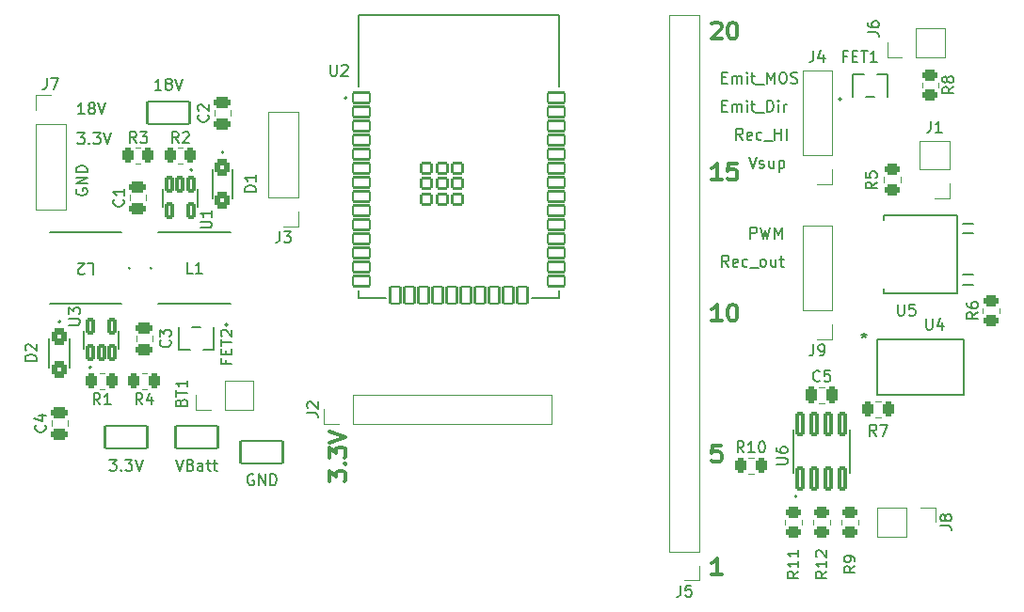
<source format=gbr>
%TF.GenerationSoftware,KiCad,Pcbnew,7.0.7*%
%TF.CreationDate,2023-09-28T17:42:14-05:00*%
%TF.ProjectId,CatLasers,4361744c-6173-4657-9273-2e6b69636164,rev?*%
%TF.SameCoordinates,Original*%
%TF.FileFunction,Legend,Top*%
%TF.FilePolarity,Positive*%
%FSLAX46Y46*%
G04 Gerber Fmt 4.6, Leading zero omitted, Abs format (unit mm)*
G04 Created by KiCad (PCBNEW 7.0.7) date 2023-09-28 17:42:14*
%MOMM*%
%LPD*%
G01*
G04 APERTURE LIST*
G04 Aperture macros list*
%AMRoundRect*
0 Rectangle with rounded corners*
0 $1 Rounding radius*
0 $2 $3 $4 $5 $6 $7 $8 $9 X,Y pos of 4 corners*
0 Add a 4 corners polygon primitive as box body*
4,1,4,$2,$3,$4,$5,$6,$7,$8,$9,$2,$3,0*
0 Add four circle primitives for the rounded corners*
1,1,$1+$1,$2,$3*
1,1,$1+$1,$4,$5*
1,1,$1+$1,$6,$7*
1,1,$1+$1,$8,$9*
0 Add four rect primitives between the rounded corners*
20,1,$1+$1,$2,$3,$4,$5,0*
20,1,$1+$1,$4,$5,$6,$7,0*
20,1,$1+$1,$6,$7,$8,$9,0*
20,1,$1+$1,$8,$9,$2,$3,0*%
G04 Aperture macros list end*
%ADD10C,0.150000*%
%ADD11C,0.300000*%
%ADD12C,0.127000*%
%ADD13C,0.200000*%
%ADD14C,0.152400*%
%ADD15C,0.120000*%
%ADD16RoundRect,0.102000X-0.750000X-0.450000X0.750000X-0.450000X0.750000X0.450000X-0.750000X0.450000X0*%
%ADD17RoundRect,0.102000X-0.450000X-0.750000X0.450000X-0.750000X0.450000X0.750000X-0.450000X0.750000X0*%
%ADD18RoundRect,0.102000X-0.450000X-0.450000X0.450000X-0.450000X0.450000X0.450000X-0.450000X0.450000X0*%
%ADD19R,1.701800X0.558800*%
%ADD20R,1.700000X1.700000*%
%ADD21O,1.700000X1.700000*%
%ADD22RoundRect,0.102000X1.900000X1.015000X-1.900000X1.015000X-1.900000X-1.015000X1.900000X-1.015000X0*%
%ADD23RoundRect,0.102000X-1.900000X-1.015000X1.900000X-1.015000X1.900000X1.015000X-1.900000X1.015000X0*%
%ADD24RoundRect,0.285000X-0.427000X0.437000X-0.427000X-0.437000X0.427000X-0.437000X0.427000X0.437000X0*%
%ADD25RoundRect,0.144000X0.258000X-0.943000X0.258000X0.943000X-0.258000X0.943000X-0.258000X-0.943000X0*%
%ADD26R,2.413000X0.939800*%
%ADD27R,6.019800X5.562600*%
%ADD28RoundRect,0.143300X0.253700X-0.578700X0.253700X0.578700X-0.253700X0.578700X-0.253700X-0.578700X0*%
%ADD29RoundRect,0.143300X-0.253700X0.578700X-0.253700X-0.578700X0.253700X-0.578700X0.253700X0.578700X0*%
%ADD30RoundRect,0.250000X-0.450000X0.262500X-0.450000X-0.262500X0.450000X-0.262500X0.450000X0.262500X0*%
%ADD31RoundRect,0.250000X0.450000X-0.262500X0.450000X0.262500X-0.450000X0.262500X-0.450000X-0.262500X0*%
%ADD32RoundRect,0.250000X-0.262500X-0.450000X0.262500X-0.450000X0.262500X0.450000X-0.262500X0.450000X0*%
%ADD33RoundRect,0.250000X0.262500X0.450000X-0.262500X0.450000X-0.262500X-0.450000X0.262500X-0.450000X0*%
%ADD34R,0.508000X0.508000*%
%ADD35R,1.600200X5.689600*%
%ADD36RoundRect,0.250000X-0.250000X-0.475000X0.250000X-0.475000X0.250000X0.475000X-0.250000X0.475000X0*%
%ADD37RoundRect,0.250000X0.475000X-0.250000X0.475000X0.250000X-0.475000X0.250000X-0.475000X-0.250000X0*%
G04 APERTURE END LIST*
D10*
X51332264Y-37316254D02*
X51284645Y-37411492D01*
X51284645Y-37411492D02*
X51284645Y-37554349D01*
X51284645Y-37554349D02*
X51332264Y-37697206D01*
X51332264Y-37697206D02*
X51427502Y-37792444D01*
X51427502Y-37792444D02*
X51522740Y-37840063D01*
X51522740Y-37840063D02*
X51713216Y-37887682D01*
X51713216Y-37887682D02*
X51856073Y-37887682D01*
X51856073Y-37887682D02*
X52046549Y-37840063D01*
X52046549Y-37840063D02*
X52141787Y-37792444D01*
X52141787Y-37792444D02*
X52237026Y-37697206D01*
X52237026Y-37697206D02*
X52284645Y-37554349D01*
X52284645Y-37554349D02*
X52284645Y-37459111D01*
X52284645Y-37459111D02*
X52237026Y-37316254D01*
X52237026Y-37316254D02*
X52189406Y-37268635D01*
X52189406Y-37268635D02*
X51856073Y-37268635D01*
X51856073Y-37268635D02*
X51856073Y-37459111D01*
X52284645Y-36840063D02*
X51284645Y-36840063D01*
X51284645Y-36840063D02*
X52284645Y-36268635D01*
X52284645Y-36268635D02*
X51284645Y-36268635D01*
X52284645Y-35792444D02*
X51284645Y-35792444D01*
X51284645Y-35792444D02*
X51284645Y-35554349D01*
X51284645Y-35554349D02*
X51332264Y-35411492D01*
X51332264Y-35411492D02*
X51427502Y-35316254D01*
X51427502Y-35316254D02*
X51522740Y-35268635D01*
X51522740Y-35268635D02*
X51713216Y-35221016D01*
X51713216Y-35221016D02*
X51856073Y-35221016D01*
X51856073Y-35221016D02*
X52046549Y-35268635D01*
X52046549Y-35268635D02*
X52141787Y-35316254D01*
X52141787Y-35316254D02*
X52237026Y-35411492D01*
X52237026Y-35411492D02*
X52284645Y-35554349D01*
X52284645Y-35554349D02*
X52284645Y-35792444D01*
X51411541Y-32267516D02*
X52030588Y-32267516D01*
X52030588Y-32267516D02*
X51697255Y-32648468D01*
X51697255Y-32648468D02*
X51840112Y-32648468D01*
X51840112Y-32648468D02*
X51935350Y-32696087D01*
X51935350Y-32696087D02*
X51982969Y-32743706D01*
X51982969Y-32743706D02*
X52030588Y-32838944D01*
X52030588Y-32838944D02*
X52030588Y-33077039D01*
X52030588Y-33077039D02*
X51982969Y-33172277D01*
X51982969Y-33172277D02*
X51935350Y-33219897D01*
X51935350Y-33219897D02*
X51840112Y-33267516D01*
X51840112Y-33267516D02*
X51554398Y-33267516D01*
X51554398Y-33267516D02*
X51459160Y-33219897D01*
X51459160Y-33219897D02*
X51411541Y-33172277D01*
X52459160Y-33172277D02*
X52506779Y-33219897D01*
X52506779Y-33219897D02*
X52459160Y-33267516D01*
X52459160Y-33267516D02*
X52411541Y-33219897D01*
X52411541Y-33219897D02*
X52459160Y-33172277D01*
X52459160Y-33172277D02*
X52459160Y-33267516D01*
X52840112Y-32267516D02*
X53459159Y-32267516D01*
X53459159Y-32267516D02*
X53125826Y-32648468D01*
X53125826Y-32648468D02*
X53268683Y-32648468D01*
X53268683Y-32648468D02*
X53363921Y-32696087D01*
X53363921Y-32696087D02*
X53411540Y-32743706D01*
X53411540Y-32743706D02*
X53459159Y-32838944D01*
X53459159Y-32838944D02*
X53459159Y-33077039D01*
X53459159Y-33077039D02*
X53411540Y-33172277D01*
X53411540Y-33172277D02*
X53363921Y-33219897D01*
X53363921Y-33219897D02*
X53268683Y-33267516D01*
X53268683Y-33267516D02*
X52982969Y-33267516D01*
X52982969Y-33267516D02*
X52887731Y-33219897D01*
X52887731Y-33219897D02*
X52840112Y-33172277D01*
X53744874Y-32267516D02*
X54078207Y-33267516D01*
X54078207Y-33267516D02*
X54411540Y-32267516D01*
X52030588Y-30562034D02*
X51459160Y-30562034D01*
X51744874Y-30562034D02*
X51744874Y-29562034D01*
X51744874Y-29562034D02*
X51649636Y-29704891D01*
X51649636Y-29704891D02*
X51554398Y-29800129D01*
X51554398Y-29800129D02*
X51459160Y-29847748D01*
X52602017Y-29990605D02*
X52506779Y-29942986D01*
X52506779Y-29942986D02*
X52459160Y-29895367D01*
X52459160Y-29895367D02*
X52411541Y-29800129D01*
X52411541Y-29800129D02*
X52411541Y-29752510D01*
X52411541Y-29752510D02*
X52459160Y-29657272D01*
X52459160Y-29657272D02*
X52506779Y-29609653D01*
X52506779Y-29609653D02*
X52602017Y-29562034D01*
X52602017Y-29562034D02*
X52792493Y-29562034D01*
X52792493Y-29562034D02*
X52887731Y-29609653D01*
X52887731Y-29609653D02*
X52935350Y-29657272D01*
X52935350Y-29657272D02*
X52982969Y-29752510D01*
X52982969Y-29752510D02*
X52982969Y-29800129D01*
X52982969Y-29800129D02*
X52935350Y-29895367D01*
X52935350Y-29895367D02*
X52887731Y-29942986D01*
X52887731Y-29942986D02*
X52792493Y-29990605D01*
X52792493Y-29990605D02*
X52602017Y-29990605D01*
X52602017Y-29990605D02*
X52506779Y-30038224D01*
X52506779Y-30038224D02*
X52459160Y-30085843D01*
X52459160Y-30085843D02*
X52411541Y-30181081D01*
X52411541Y-30181081D02*
X52411541Y-30371557D01*
X52411541Y-30371557D02*
X52459160Y-30466795D01*
X52459160Y-30466795D02*
X52506779Y-30514415D01*
X52506779Y-30514415D02*
X52602017Y-30562034D01*
X52602017Y-30562034D02*
X52792493Y-30562034D01*
X52792493Y-30562034D02*
X52887731Y-30514415D01*
X52887731Y-30514415D02*
X52935350Y-30466795D01*
X52935350Y-30466795D02*
X52982969Y-30371557D01*
X52982969Y-30371557D02*
X52982969Y-30181081D01*
X52982969Y-30181081D02*
X52935350Y-30085843D01*
X52935350Y-30085843D02*
X52887731Y-30038224D01*
X52887731Y-30038224D02*
X52792493Y-29990605D01*
X53268684Y-29562034D02*
X53602017Y-30562034D01*
X53602017Y-30562034D02*
X53935350Y-29562034D01*
D11*
X74050098Y-63646117D02*
X74050098Y-62717545D01*
X74050098Y-62717545D02*
X74621527Y-63217545D01*
X74621527Y-63217545D02*
X74621527Y-63003260D01*
X74621527Y-63003260D02*
X74692955Y-62860403D01*
X74692955Y-62860403D02*
X74764384Y-62788974D01*
X74764384Y-62788974D02*
X74907241Y-62717545D01*
X74907241Y-62717545D02*
X75264384Y-62717545D01*
X75264384Y-62717545D02*
X75407241Y-62788974D01*
X75407241Y-62788974D02*
X75478670Y-62860403D01*
X75478670Y-62860403D02*
X75550098Y-63003260D01*
X75550098Y-63003260D02*
X75550098Y-63431831D01*
X75550098Y-63431831D02*
X75478670Y-63574688D01*
X75478670Y-63574688D02*
X75407241Y-63646117D01*
X75407241Y-62074689D02*
X75478670Y-62003260D01*
X75478670Y-62003260D02*
X75550098Y-62074689D01*
X75550098Y-62074689D02*
X75478670Y-62146117D01*
X75478670Y-62146117D02*
X75407241Y-62074689D01*
X75407241Y-62074689D02*
X75550098Y-62074689D01*
X74050098Y-61503260D02*
X74050098Y-60574688D01*
X74050098Y-60574688D02*
X74621527Y-61074688D01*
X74621527Y-61074688D02*
X74621527Y-60860403D01*
X74621527Y-60860403D02*
X74692955Y-60717546D01*
X74692955Y-60717546D02*
X74764384Y-60646117D01*
X74764384Y-60646117D02*
X74907241Y-60574688D01*
X74907241Y-60574688D02*
X75264384Y-60574688D01*
X75264384Y-60574688D02*
X75407241Y-60646117D01*
X75407241Y-60646117D02*
X75478670Y-60717546D01*
X75478670Y-60717546D02*
X75550098Y-60860403D01*
X75550098Y-60860403D02*
X75550098Y-61288974D01*
X75550098Y-61288974D02*
X75478670Y-61431831D01*
X75478670Y-61431831D02*
X75407241Y-61503260D01*
X74050098Y-60146117D02*
X75550098Y-59646117D01*
X75550098Y-59646117D02*
X74050098Y-59146117D01*
D10*
X109975707Y-44314819D02*
X109642374Y-43838628D01*
X109404279Y-44314819D02*
X109404279Y-43314819D01*
X109404279Y-43314819D02*
X109785231Y-43314819D01*
X109785231Y-43314819D02*
X109880469Y-43362438D01*
X109880469Y-43362438D02*
X109928088Y-43410057D01*
X109928088Y-43410057D02*
X109975707Y-43505295D01*
X109975707Y-43505295D02*
X109975707Y-43648152D01*
X109975707Y-43648152D02*
X109928088Y-43743390D01*
X109928088Y-43743390D02*
X109880469Y-43791009D01*
X109880469Y-43791009D02*
X109785231Y-43838628D01*
X109785231Y-43838628D02*
X109404279Y-43838628D01*
X110785231Y-44267200D02*
X110689993Y-44314819D01*
X110689993Y-44314819D02*
X110499517Y-44314819D01*
X110499517Y-44314819D02*
X110404279Y-44267200D01*
X110404279Y-44267200D02*
X110356660Y-44171961D01*
X110356660Y-44171961D02*
X110356660Y-43791009D01*
X110356660Y-43791009D02*
X110404279Y-43695771D01*
X110404279Y-43695771D02*
X110499517Y-43648152D01*
X110499517Y-43648152D02*
X110689993Y-43648152D01*
X110689993Y-43648152D02*
X110785231Y-43695771D01*
X110785231Y-43695771D02*
X110832850Y-43791009D01*
X110832850Y-43791009D02*
X110832850Y-43886247D01*
X110832850Y-43886247D02*
X110356660Y-43981485D01*
X111689993Y-44267200D02*
X111594755Y-44314819D01*
X111594755Y-44314819D02*
X111404279Y-44314819D01*
X111404279Y-44314819D02*
X111309041Y-44267200D01*
X111309041Y-44267200D02*
X111261422Y-44219580D01*
X111261422Y-44219580D02*
X111213803Y-44124342D01*
X111213803Y-44124342D02*
X111213803Y-43838628D01*
X111213803Y-43838628D02*
X111261422Y-43743390D01*
X111261422Y-43743390D02*
X111309041Y-43695771D01*
X111309041Y-43695771D02*
X111404279Y-43648152D01*
X111404279Y-43648152D02*
X111594755Y-43648152D01*
X111594755Y-43648152D02*
X111689993Y-43695771D01*
X111880470Y-44410057D02*
X112642374Y-44410057D01*
X113023327Y-44314819D02*
X112928089Y-44267200D01*
X112928089Y-44267200D02*
X112880470Y-44219580D01*
X112880470Y-44219580D02*
X112832851Y-44124342D01*
X112832851Y-44124342D02*
X112832851Y-43838628D01*
X112832851Y-43838628D02*
X112880470Y-43743390D01*
X112880470Y-43743390D02*
X112928089Y-43695771D01*
X112928089Y-43695771D02*
X113023327Y-43648152D01*
X113023327Y-43648152D02*
X113166184Y-43648152D01*
X113166184Y-43648152D02*
X113261422Y-43695771D01*
X113261422Y-43695771D02*
X113309041Y-43743390D01*
X113309041Y-43743390D02*
X113356660Y-43838628D01*
X113356660Y-43838628D02*
X113356660Y-44124342D01*
X113356660Y-44124342D02*
X113309041Y-44219580D01*
X113309041Y-44219580D02*
X113261422Y-44267200D01*
X113261422Y-44267200D02*
X113166184Y-44314819D01*
X113166184Y-44314819D02*
X113023327Y-44314819D01*
X114213803Y-43648152D02*
X114213803Y-44314819D01*
X113785232Y-43648152D02*
X113785232Y-44171961D01*
X113785232Y-44171961D02*
X113832851Y-44267200D01*
X113832851Y-44267200D02*
X113928089Y-44314819D01*
X113928089Y-44314819D02*
X114070946Y-44314819D01*
X114070946Y-44314819D02*
X114166184Y-44267200D01*
X114166184Y-44267200D02*
X114213803Y-44219580D01*
X114547137Y-43648152D02*
X114928089Y-43648152D01*
X114689994Y-43314819D02*
X114689994Y-44171961D01*
X114689994Y-44171961D02*
X114737613Y-44267200D01*
X114737613Y-44267200D02*
X114832851Y-44314819D01*
X114832851Y-44314819D02*
X114928089Y-44314819D01*
X111944279Y-41774819D02*
X111944279Y-40774819D01*
X111944279Y-40774819D02*
X112325231Y-40774819D01*
X112325231Y-40774819D02*
X112420469Y-40822438D01*
X112420469Y-40822438D02*
X112468088Y-40870057D01*
X112468088Y-40870057D02*
X112515707Y-40965295D01*
X112515707Y-40965295D02*
X112515707Y-41108152D01*
X112515707Y-41108152D02*
X112468088Y-41203390D01*
X112468088Y-41203390D02*
X112420469Y-41251009D01*
X112420469Y-41251009D02*
X112325231Y-41298628D01*
X112325231Y-41298628D02*
X111944279Y-41298628D01*
X112849041Y-40774819D02*
X113087136Y-41774819D01*
X113087136Y-41774819D02*
X113277612Y-41060533D01*
X113277612Y-41060533D02*
X113468088Y-41774819D01*
X113468088Y-41774819D02*
X113706184Y-40774819D01*
X114087136Y-41774819D02*
X114087136Y-40774819D01*
X114087136Y-40774819D02*
X114420469Y-41489104D01*
X114420469Y-41489104D02*
X114753802Y-40774819D01*
X114753802Y-40774819D02*
X114753802Y-41774819D01*
X111801422Y-34424819D02*
X112134755Y-35424819D01*
X112134755Y-35424819D02*
X112468088Y-34424819D01*
X112753803Y-35377200D02*
X112849041Y-35424819D01*
X112849041Y-35424819D02*
X113039517Y-35424819D01*
X113039517Y-35424819D02*
X113134755Y-35377200D01*
X113134755Y-35377200D02*
X113182374Y-35281961D01*
X113182374Y-35281961D02*
X113182374Y-35234342D01*
X113182374Y-35234342D02*
X113134755Y-35139104D01*
X113134755Y-35139104D02*
X113039517Y-35091485D01*
X113039517Y-35091485D02*
X112896660Y-35091485D01*
X112896660Y-35091485D02*
X112801422Y-35043866D01*
X112801422Y-35043866D02*
X112753803Y-34948628D01*
X112753803Y-34948628D02*
X112753803Y-34901009D01*
X112753803Y-34901009D02*
X112801422Y-34805771D01*
X112801422Y-34805771D02*
X112896660Y-34758152D01*
X112896660Y-34758152D02*
X113039517Y-34758152D01*
X113039517Y-34758152D02*
X113134755Y-34805771D01*
X114039517Y-34758152D02*
X114039517Y-35424819D01*
X113610946Y-34758152D02*
X113610946Y-35281961D01*
X113610946Y-35281961D02*
X113658565Y-35377200D01*
X113658565Y-35377200D02*
X113753803Y-35424819D01*
X113753803Y-35424819D02*
X113896660Y-35424819D01*
X113896660Y-35424819D02*
X113991898Y-35377200D01*
X113991898Y-35377200D02*
X114039517Y-35329580D01*
X114515708Y-34758152D02*
X114515708Y-35758152D01*
X114515708Y-34805771D02*
X114610946Y-34758152D01*
X114610946Y-34758152D02*
X114801422Y-34758152D01*
X114801422Y-34758152D02*
X114896660Y-34805771D01*
X114896660Y-34805771D02*
X114944279Y-34853390D01*
X114944279Y-34853390D02*
X114991898Y-34948628D01*
X114991898Y-34948628D02*
X114991898Y-35234342D01*
X114991898Y-35234342D02*
X114944279Y-35329580D01*
X114944279Y-35329580D02*
X114896660Y-35377200D01*
X114896660Y-35377200D02*
X114801422Y-35424819D01*
X114801422Y-35424819D02*
X114610946Y-35424819D01*
X114610946Y-35424819D02*
X114515708Y-35377200D01*
X111245707Y-32884819D02*
X110912374Y-32408628D01*
X110674279Y-32884819D02*
X110674279Y-31884819D01*
X110674279Y-31884819D02*
X111055231Y-31884819D01*
X111055231Y-31884819D02*
X111150469Y-31932438D01*
X111150469Y-31932438D02*
X111198088Y-31980057D01*
X111198088Y-31980057D02*
X111245707Y-32075295D01*
X111245707Y-32075295D02*
X111245707Y-32218152D01*
X111245707Y-32218152D02*
X111198088Y-32313390D01*
X111198088Y-32313390D02*
X111150469Y-32361009D01*
X111150469Y-32361009D02*
X111055231Y-32408628D01*
X111055231Y-32408628D02*
X110674279Y-32408628D01*
X112055231Y-32837200D02*
X111959993Y-32884819D01*
X111959993Y-32884819D02*
X111769517Y-32884819D01*
X111769517Y-32884819D02*
X111674279Y-32837200D01*
X111674279Y-32837200D02*
X111626660Y-32741961D01*
X111626660Y-32741961D02*
X111626660Y-32361009D01*
X111626660Y-32361009D02*
X111674279Y-32265771D01*
X111674279Y-32265771D02*
X111769517Y-32218152D01*
X111769517Y-32218152D02*
X111959993Y-32218152D01*
X111959993Y-32218152D02*
X112055231Y-32265771D01*
X112055231Y-32265771D02*
X112102850Y-32361009D01*
X112102850Y-32361009D02*
X112102850Y-32456247D01*
X112102850Y-32456247D02*
X111626660Y-32551485D01*
X112959993Y-32837200D02*
X112864755Y-32884819D01*
X112864755Y-32884819D02*
X112674279Y-32884819D01*
X112674279Y-32884819D02*
X112579041Y-32837200D01*
X112579041Y-32837200D02*
X112531422Y-32789580D01*
X112531422Y-32789580D02*
X112483803Y-32694342D01*
X112483803Y-32694342D02*
X112483803Y-32408628D01*
X112483803Y-32408628D02*
X112531422Y-32313390D01*
X112531422Y-32313390D02*
X112579041Y-32265771D01*
X112579041Y-32265771D02*
X112674279Y-32218152D01*
X112674279Y-32218152D02*
X112864755Y-32218152D01*
X112864755Y-32218152D02*
X112959993Y-32265771D01*
X113150470Y-32980057D02*
X113912374Y-32980057D01*
X114150470Y-32884819D02*
X114150470Y-31884819D01*
X114150470Y-32361009D02*
X114721898Y-32361009D01*
X114721898Y-32884819D02*
X114721898Y-31884819D01*
X115198089Y-32884819D02*
X115198089Y-31884819D01*
X109404279Y-29821009D02*
X109737612Y-29821009D01*
X109880469Y-30344819D02*
X109404279Y-30344819D01*
X109404279Y-30344819D02*
X109404279Y-29344819D01*
X109404279Y-29344819D02*
X109880469Y-29344819D01*
X110309041Y-30344819D02*
X110309041Y-29678152D01*
X110309041Y-29773390D02*
X110356660Y-29725771D01*
X110356660Y-29725771D02*
X110451898Y-29678152D01*
X110451898Y-29678152D02*
X110594755Y-29678152D01*
X110594755Y-29678152D02*
X110689993Y-29725771D01*
X110689993Y-29725771D02*
X110737612Y-29821009D01*
X110737612Y-29821009D02*
X110737612Y-30344819D01*
X110737612Y-29821009D02*
X110785231Y-29725771D01*
X110785231Y-29725771D02*
X110880469Y-29678152D01*
X110880469Y-29678152D02*
X111023326Y-29678152D01*
X111023326Y-29678152D02*
X111118565Y-29725771D01*
X111118565Y-29725771D02*
X111166184Y-29821009D01*
X111166184Y-29821009D02*
X111166184Y-30344819D01*
X111642374Y-30344819D02*
X111642374Y-29678152D01*
X111642374Y-29344819D02*
X111594755Y-29392438D01*
X111594755Y-29392438D02*
X111642374Y-29440057D01*
X111642374Y-29440057D02*
X111689993Y-29392438D01*
X111689993Y-29392438D02*
X111642374Y-29344819D01*
X111642374Y-29344819D02*
X111642374Y-29440057D01*
X111975707Y-29678152D02*
X112356659Y-29678152D01*
X112118564Y-29344819D02*
X112118564Y-30201961D01*
X112118564Y-30201961D02*
X112166183Y-30297200D01*
X112166183Y-30297200D02*
X112261421Y-30344819D01*
X112261421Y-30344819D02*
X112356659Y-30344819D01*
X112451898Y-30440057D02*
X113213802Y-30440057D01*
X113451898Y-30344819D02*
X113451898Y-29344819D01*
X113451898Y-29344819D02*
X113689993Y-29344819D01*
X113689993Y-29344819D02*
X113832850Y-29392438D01*
X113832850Y-29392438D02*
X113928088Y-29487676D01*
X113928088Y-29487676D02*
X113975707Y-29582914D01*
X113975707Y-29582914D02*
X114023326Y-29773390D01*
X114023326Y-29773390D02*
X114023326Y-29916247D01*
X114023326Y-29916247D02*
X113975707Y-30106723D01*
X113975707Y-30106723D02*
X113928088Y-30201961D01*
X113928088Y-30201961D02*
X113832850Y-30297200D01*
X113832850Y-30297200D02*
X113689993Y-30344819D01*
X113689993Y-30344819D02*
X113451898Y-30344819D01*
X114451898Y-30344819D02*
X114451898Y-29678152D01*
X114451898Y-29344819D02*
X114404279Y-29392438D01*
X114404279Y-29392438D02*
X114451898Y-29440057D01*
X114451898Y-29440057D02*
X114499517Y-29392438D01*
X114499517Y-29392438D02*
X114451898Y-29344819D01*
X114451898Y-29344819D02*
X114451898Y-29440057D01*
X114928088Y-30344819D02*
X114928088Y-29678152D01*
X114928088Y-29868628D02*
X114975707Y-29773390D01*
X114975707Y-29773390D02*
X115023326Y-29725771D01*
X115023326Y-29725771D02*
X115118564Y-29678152D01*
X115118564Y-29678152D02*
X115213802Y-29678152D01*
X109404279Y-27281009D02*
X109737612Y-27281009D01*
X109880469Y-27804819D02*
X109404279Y-27804819D01*
X109404279Y-27804819D02*
X109404279Y-26804819D01*
X109404279Y-26804819D02*
X109880469Y-26804819D01*
X110309041Y-27804819D02*
X110309041Y-27138152D01*
X110309041Y-27233390D02*
X110356660Y-27185771D01*
X110356660Y-27185771D02*
X110451898Y-27138152D01*
X110451898Y-27138152D02*
X110594755Y-27138152D01*
X110594755Y-27138152D02*
X110689993Y-27185771D01*
X110689993Y-27185771D02*
X110737612Y-27281009D01*
X110737612Y-27281009D02*
X110737612Y-27804819D01*
X110737612Y-27281009D02*
X110785231Y-27185771D01*
X110785231Y-27185771D02*
X110880469Y-27138152D01*
X110880469Y-27138152D02*
X111023326Y-27138152D01*
X111023326Y-27138152D02*
X111118565Y-27185771D01*
X111118565Y-27185771D02*
X111166184Y-27281009D01*
X111166184Y-27281009D02*
X111166184Y-27804819D01*
X111642374Y-27804819D02*
X111642374Y-27138152D01*
X111642374Y-26804819D02*
X111594755Y-26852438D01*
X111594755Y-26852438D02*
X111642374Y-26900057D01*
X111642374Y-26900057D02*
X111689993Y-26852438D01*
X111689993Y-26852438D02*
X111642374Y-26804819D01*
X111642374Y-26804819D02*
X111642374Y-26900057D01*
X111975707Y-27138152D02*
X112356659Y-27138152D01*
X112118564Y-26804819D02*
X112118564Y-27661961D01*
X112118564Y-27661961D02*
X112166183Y-27757200D01*
X112166183Y-27757200D02*
X112261421Y-27804819D01*
X112261421Y-27804819D02*
X112356659Y-27804819D01*
X112451898Y-27900057D02*
X113213802Y-27900057D01*
X113451898Y-27804819D02*
X113451898Y-26804819D01*
X113451898Y-26804819D02*
X113785231Y-27519104D01*
X113785231Y-27519104D02*
X114118564Y-26804819D01*
X114118564Y-26804819D02*
X114118564Y-27804819D01*
X114785231Y-26804819D02*
X114975707Y-26804819D01*
X114975707Y-26804819D02*
X115070945Y-26852438D01*
X115070945Y-26852438D02*
X115166183Y-26947676D01*
X115166183Y-26947676D02*
X115213802Y-27138152D01*
X115213802Y-27138152D02*
X115213802Y-27471485D01*
X115213802Y-27471485D02*
X115166183Y-27661961D01*
X115166183Y-27661961D02*
X115070945Y-27757200D01*
X115070945Y-27757200D02*
X114975707Y-27804819D01*
X114975707Y-27804819D02*
X114785231Y-27804819D01*
X114785231Y-27804819D02*
X114689993Y-27757200D01*
X114689993Y-27757200D02*
X114594755Y-27661961D01*
X114594755Y-27661961D02*
X114547136Y-27471485D01*
X114547136Y-27471485D02*
X114547136Y-27138152D01*
X114547136Y-27138152D02*
X114594755Y-26947676D01*
X114594755Y-26947676D02*
X114689993Y-26852438D01*
X114689993Y-26852438D02*
X114785231Y-26804819D01*
X115594755Y-27757200D02*
X115737612Y-27804819D01*
X115737612Y-27804819D02*
X115975707Y-27804819D01*
X115975707Y-27804819D02*
X116070945Y-27757200D01*
X116070945Y-27757200D02*
X116118564Y-27709580D01*
X116118564Y-27709580D02*
X116166183Y-27614342D01*
X116166183Y-27614342D02*
X116166183Y-27519104D01*
X116166183Y-27519104D02*
X116118564Y-27423866D01*
X116118564Y-27423866D02*
X116070945Y-27376247D01*
X116070945Y-27376247D02*
X115975707Y-27328628D01*
X115975707Y-27328628D02*
X115785231Y-27281009D01*
X115785231Y-27281009D02*
X115689993Y-27233390D01*
X115689993Y-27233390D02*
X115642374Y-27185771D01*
X115642374Y-27185771D02*
X115594755Y-27090533D01*
X115594755Y-27090533D02*
X115594755Y-26995295D01*
X115594755Y-26995295D02*
X115642374Y-26900057D01*
X115642374Y-26900057D02*
X115689993Y-26852438D01*
X115689993Y-26852438D02*
X115785231Y-26804819D01*
X115785231Y-26804819D02*
X116023326Y-26804819D01*
X116023326Y-26804819D02*
X116166183Y-26852438D01*
D11*
X108483082Y-22443685D02*
X108554510Y-22372257D01*
X108554510Y-22372257D02*
X108697368Y-22300828D01*
X108697368Y-22300828D02*
X109054510Y-22300828D01*
X109054510Y-22300828D02*
X109197368Y-22372257D01*
X109197368Y-22372257D02*
X109268796Y-22443685D01*
X109268796Y-22443685D02*
X109340225Y-22586542D01*
X109340225Y-22586542D02*
X109340225Y-22729400D01*
X109340225Y-22729400D02*
X109268796Y-22943685D01*
X109268796Y-22943685D02*
X108411653Y-23800828D01*
X108411653Y-23800828D02*
X109340225Y-23800828D01*
X110268796Y-22300828D02*
X110411653Y-22300828D01*
X110411653Y-22300828D02*
X110554510Y-22372257D01*
X110554510Y-22372257D02*
X110625939Y-22443685D01*
X110625939Y-22443685D02*
X110697367Y-22586542D01*
X110697367Y-22586542D02*
X110768796Y-22872257D01*
X110768796Y-22872257D02*
X110768796Y-23229400D01*
X110768796Y-23229400D02*
X110697367Y-23515114D01*
X110697367Y-23515114D02*
X110625939Y-23657971D01*
X110625939Y-23657971D02*
X110554510Y-23729400D01*
X110554510Y-23729400D02*
X110411653Y-23800828D01*
X110411653Y-23800828D02*
X110268796Y-23800828D01*
X110268796Y-23800828D02*
X110125939Y-23729400D01*
X110125939Y-23729400D02*
X110054510Y-23657971D01*
X110054510Y-23657971D02*
X109983081Y-23515114D01*
X109983081Y-23515114D02*
X109911653Y-23229400D01*
X109911653Y-23229400D02*
X109911653Y-22872257D01*
X109911653Y-22872257D02*
X109983081Y-22586542D01*
X109983081Y-22586542D02*
X110054510Y-22443685D01*
X110054510Y-22443685D02*
X110125939Y-22372257D01*
X110125939Y-22372257D02*
X110268796Y-22300828D01*
X109340225Y-36500828D02*
X108483082Y-36500828D01*
X108911653Y-36500828D02*
X108911653Y-35000828D01*
X108911653Y-35000828D02*
X108768796Y-35215114D01*
X108768796Y-35215114D02*
X108625939Y-35357971D01*
X108625939Y-35357971D02*
X108483082Y-35429400D01*
X110697367Y-35000828D02*
X109983081Y-35000828D01*
X109983081Y-35000828D02*
X109911653Y-35715114D01*
X109911653Y-35715114D02*
X109983081Y-35643685D01*
X109983081Y-35643685D02*
X110125939Y-35572257D01*
X110125939Y-35572257D02*
X110483081Y-35572257D01*
X110483081Y-35572257D02*
X110625939Y-35643685D01*
X110625939Y-35643685D02*
X110697367Y-35715114D01*
X110697367Y-35715114D02*
X110768796Y-35857971D01*
X110768796Y-35857971D02*
X110768796Y-36215114D01*
X110768796Y-36215114D02*
X110697367Y-36357971D01*
X110697367Y-36357971D02*
X110625939Y-36429400D01*
X110625939Y-36429400D02*
X110483081Y-36500828D01*
X110483081Y-36500828D02*
X110125939Y-36500828D01*
X110125939Y-36500828D02*
X109983081Y-36429400D01*
X109983081Y-36429400D02*
X109911653Y-36357971D01*
X109340225Y-49200828D02*
X108483082Y-49200828D01*
X108911653Y-49200828D02*
X108911653Y-47700828D01*
X108911653Y-47700828D02*
X108768796Y-47915114D01*
X108768796Y-47915114D02*
X108625939Y-48057971D01*
X108625939Y-48057971D02*
X108483082Y-48129400D01*
X110268796Y-47700828D02*
X110411653Y-47700828D01*
X110411653Y-47700828D02*
X110554510Y-47772257D01*
X110554510Y-47772257D02*
X110625939Y-47843685D01*
X110625939Y-47843685D02*
X110697367Y-47986542D01*
X110697367Y-47986542D02*
X110768796Y-48272257D01*
X110768796Y-48272257D02*
X110768796Y-48629400D01*
X110768796Y-48629400D02*
X110697367Y-48915114D01*
X110697367Y-48915114D02*
X110625939Y-49057971D01*
X110625939Y-49057971D02*
X110554510Y-49129400D01*
X110554510Y-49129400D02*
X110411653Y-49200828D01*
X110411653Y-49200828D02*
X110268796Y-49200828D01*
X110268796Y-49200828D02*
X110125939Y-49129400D01*
X110125939Y-49129400D02*
X110054510Y-49057971D01*
X110054510Y-49057971D02*
X109983081Y-48915114D01*
X109983081Y-48915114D02*
X109911653Y-48629400D01*
X109911653Y-48629400D02*
X109911653Y-48272257D01*
X109911653Y-48272257D02*
X109983081Y-47986542D01*
X109983081Y-47986542D02*
X110054510Y-47843685D01*
X110054510Y-47843685D02*
X110125939Y-47772257D01*
X110125939Y-47772257D02*
X110268796Y-47700828D01*
X109268796Y-60400828D02*
X108554510Y-60400828D01*
X108554510Y-60400828D02*
X108483082Y-61115114D01*
X108483082Y-61115114D02*
X108554510Y-61043685D01*
X108554510Y-61043685D02*
X108697368Y-60972257D01*
X108697368Y-60972257D02*
X109054510Y-60972257D01*
X109054510Y-60972257D02*
X109197368Y-61043685D01*
X109197368Y-61043685D02*
X109268796Y-61115114D01*
X109268796Y-61115114D02*
X109340225Y-61257971D01*
X109340225Y-61257971D02*
X109340225Y-61615114D01*
X109340225Y-61615114D02*
X109268796Y-61757971D01*
X109268796Y-61757971D02*
X109197368Y-61829400D01*
X109197368Y-61829400D02*
X109054510Y-61900828D01*
X109054510Y-61900828D02*
X108697368Y-61900828D01*
X108697368Y-61900828D02*
X108554510Y-61829400D01*
X108554510Y-61829400D02*
X108483082Y-61757971D01*
X109340225Y-72060828D02*
X108483082Y-72060828D01*
X108911653Y-72060828D02*
X108911653Y-70560828D01*
X108911653Y-70560828D02*
X108768796Y-70775114D01*
X108768796Y-70775114D02*
X108625939Y-70917971D01*
X108625939Y-70917971D02*
X108483082Y-70989400D01*
D10*
X74168095Y-26124819D02*
X74168095Y-26934342D01*
X74168095Y-26934342D02*
X74215714Y-27029580D01*
X74215714Y-27029580D02*
X74263333Y-27077200D01*
X74263333Y-27077200D02*
X74358571Y-27124819D01*
X74358571Y-27124819D02*
X74549047Y-27124819D01*
X74549047Y-27124819D02*
X74644285Y-27077200D01*
X74644285Y-27077200D02*
X74691904Y-27029580D01*
X74691904Y-27029580D02*
X74739523Y-26934342D01*
X74739523Y-26934342D02*
X74739523Y-26124819D01*
X75168095Y-26220057D02*
X75215714Y-26172438D01*
X75215714Y-26172438D02*
X75310952Y-26124819D01*
X75310952Y-26124819D02*
X75549047Y-26124819D01*
X75549047Y-26124819D02*
X75644285Y-26172438D01*
X75644285Y-26172438D02*
X75691904Y-26220057D01*
X75691904Y-26220057D02*
X75739523Y-26315295D01*
X75739523Y-26315295D02*
X75739523Y-26410533D01*
X75739523Y-26410533D02*
X75691904Y-26553390D01*
X75691904Y-26553390D02*
X75120476Y-27124819D01*
X75120476Y-27124819D02*
X75739523Y-27124819D01*
X127748095Y-48984819D02*
X127748095Y-49794342D01*
X127748095Y-49794342D02*
X127795714Y-49889580D01*
X127795714Y-49889580D02*
X127843333Y-49937200D01*
X127843333Y-49937200D02*
X127938571Y-49984819D01*
X127938571Y-49984819D02*
X128129047Y-49984819D01*
X128129047Y-49984819D02*
X128224285Y-49937200D01*
X128224285Y-49937200D02*
X128271904Y-49889580D01*
X128271904Y-49889580D02*
X128319523Y-49794342D01*
X128319523Y-49794342D02*
X128319523Y-48984819D01*
X129224285Y-49318152D02*
X129224285Y-49984819D01*
X128986190Y-48937200D02*
X128748095Y-49651485D01*
X128748095Y-49651485D02*
X129367142Y-49651485D01*
X122160000Y-50254819D02*
X122160000Y-50492914D01*
X121921905Y-50397676D02*
X122160000Y-50492914D01*
X122160000Y-50492914D02*
X122398095Y-50397676D01*
X122017143Y-50683390D02*
X122160000Y-50492914D01*
X122160000Y-50492914D02*
X122302857Y-50683390D01*
X117624166Y-51309819D02*
X117624166Y-52024104D01*
X117624166Y-52024104D02*
X117576547Y-52166961D01*
X117576547Y-52166961D02*
X117481309Y-52262200D01*
X117481309Y-52262200D02*
X117338452Y-52309819D01*
X117338452Y-52309819D02*
X117243214Y-52309819D01*
X118147976Y-52309819D02*
X118338452Y-52309819D01*
X118338452Y-52309819D02*
X118433690Y-52262200D01*
X118433690Y-52262200D02*
X118481309Y-52214580D01*
X118481309Y-52214580D02*
X118576547Y-52071723D01*
X118576547Y-52071723D02*
X118624166Y-51881247D01*
X118624166Y-51881247D02*
X118624166Y-51500295D01*
X118624166Y-51500295D02*
X118576547Y-51405057D01*
X118576547Y-51405057D02*
X118528928Y-51357438D01*
X118528928Y-51357438D02*
X118433690Y-51309819D01*
X118433690Y-51309819D02*
X118243214Y-51309819D01*
X118243214Y-51309819D02*
X118147976Y-51357438D01*
X118147976Y-51357438D02*
X118100357Y-51405057D01*
X118100357Y-51405057D02*
X118052738Y-51500295D01*
X118052738Y-51500295D02*
X118052738Y-51738390D01*
X118052738Y-51738390D02*
X118100357Y-51833628D01*
X118100357Y-51833628D02*
X118147976Y-51881247D01*
X118147976Y-51881247D02*
X118243214Y-51928866D01*
X118243214Y-51928866D02*
X118433690Y-51928866D01*
X118433690Y-51928866D02*
X118528928Y-51881247D01*
X118528928Y-51881247D02*
X118576547Y-51833628D01*
X118576547Y-51833628D02*
X118624166Y-51738390D01*
X60253357Y-61684819D02*
X60586690Y-62684819D01*
X60586690Y-62684819D02*
X60920023Y-61684819D01*
X61586690Y-62161009D02*
X61729547Y-62208628D01*
X61729547Y-62208628D02*
X61777166Y-62256247D01*
X61777166Y-62256247D02*
X61824785Y-62351485D01*
X61824785Y-62351485D02*
X61824785Y-62494342D01*
X61824785Y-62494342D02*
X61777166Y-62589580D01*
X61777166Y-62589580D02*
X61729547Y-62637200D01*
X61729547Y-62637200D02*
X61634309Y-62684819D01*
X61634309Y-62684819D02*
X61253357Y-62684819D01*
X61253357Y-62684819D02*
X61253357Y-61684819D01*
X61253357Y-61684819D02*
X61586690Y-61684819D01*
X61586690Y-61684819D02*
X61681928Y-61732438D01*
X61681928Y-61732438D02*
X61729547Y-61780057D01*
X61729547Y-61780057D02*
X61777166Y-61875295D01*
X61777166Y-61875295D02*
X61777166Y-61970533D01*
X61777166Y-61970533D02*
X61729547Y-62065771D01*
X61729547Y-62065771D02*
X61681928Y-62113390D01*
X61681928Y-62113390D02*
X61586690Y-62161009D01*
X61586690Y-62161009D02*
X61253357Y-62161009D01*
X62681928Y-62684819D02*
X62681928Y-62161009D01*
X62681928Y-62161009D02*
X62634309Y-62065771D01*
X62634309Y-62065771D02*
X62539071Y-62018152D01*
X62539071Y-62018152D02*
X62348595Y-62018152D01*
X62348595Y-62018152D02*
X62253357Y-62065771D01*
X62681928Y-62637200D02*
X62586690Y-62684819D01*
X62586690Y-62684819D02*
X62348595Y-62684819D01*
X62348595Y-62684819D02*
X62253357Y-62637200D01*
X62253357Y-62637200D02*
X62205738Y-62541961D01*
X62205738Y-62541961D02*
X62205738Y-62446723D01*
X62205738Y-62446723D02*
X62253357Y-62351485D01*
X62253357Y-62351485D02*
X62348595Y-62303866D01*
X62348595Y-62303866D02*
X62586690Y-62303866D01*
X62586690Y-62303866D02*
X62681928Y-62256247D01*
X63015262Y-62018152D02*
X63396214Y-62018152D01*
X63158119Y-61684819D02*
X63158119Y-62541961D01*
X63158119Y-62541961D02*
X63205738Y-62637200D01*
X63205738Y-62637200D02*
X63300976Y-62684819D01*
X63300976Y-62684819D02*
X63396214Y-62684819D01*
X63586691Y-62018152D02*
X63967643Y-62018152D01*
X63729548Y-61684819D02*
X63729548Y-62541961D01*
X63729548Y-62541961D02*
X63777167Y-62637200D01*
X63777167Y-62637200D02*
X63872405Y-62684819D01*
X63872405Y-62684819D02*
X63967643Y-62684819D01*
X54284310Y-61684819D02*
X54903357Y-61684819D01*
X54903357Y-61684819D02*
X54570024Y-62065771D01*
X54570024Y-62065771D02*
X54712881Y-62065771D01*
X54712881Y-62065771D02*
X54808119Y-62113390D01*
X54808119Y-62113390D02*
X54855738Y-62161009D01*
X54855738Y-62161009D02*
X54903357Y-62256247D01*
X54903357Y-62256247D02*
X54903357Y-62494342D01*
X54903357Y-62494342D02*
X54855738Y-62589580D01*
X54855738Y-62589580D02*
X54808119Y-62637200D01*
X54808119Y-62637200D02*
X54712881Y-62684819D01*
X54712881Y-62684819D02*
X54427167Y-62684819D01*
X54427167Y-62684819D02*
X54331929Y-62637200D01*
X54331929Y-62637200D02*
X54284310Y-62589580D01*
X55331929Y-62589580D02*
X55379548Y-62637200D01*
X55379548Y-62637200D02*
X55331929Y-62684819D01*
X55331929Y-62684819D02*
X55284310Y-62637200D01*
X55284310Y-62637200D02*
X55331929Y-62589580D01*
X55331929Y-62589580D02*
X55331929Y-62684819D01*
X55712881Y-61684819D02*
X56331928Y-61684819D01*
X56331928Y-61684819D02*
X55998595Y-62065771D01*
X55998595Y-62065771D02*
X56141452Y-62065771D01*
X56141452Y-62065771D02*
X56236690Y-62113390D01*
X56236690Y-62113390D02*
X56284309Y-62161009D01*
X56284309Y-62161009D02*
X56331928Y-62256247D01*
X56331928Y-62256247D02*
X56331928Y-62494342D01*
X56331928Y-62494342D02*
X56284309Y-62589580D01*
X56284309Y-62589580D02*
X56236690Y-62637200D01*
X56236690Y-62637200D02*
X56141452Y-62684819D01*
X56141452Y-62684819D02*
X55855738Y-62684819D01*
X55855738Y-62684819D02*
X55760500Y-62637200D01*
X55760500Y-62637200D02*
X55712881Y-62589580D01*
X56617643Y-61684819D02*
X56950976Y-62684819D01*
X56950976Y-62684819D02*
X57284309Y-61684819D01*
X67238095Y-63042438D02*
X67142857Y-62994819D01*
X67142857Y-62994819D02*
X67000000Y-62994819D01*
X67000000Y-62994819D02*
X66857143Y-63042438D01*
X66857143Y-63042438D02*
X66761905Y-63137676D01*
X66761905Y-63137676D02*
X66714286Y-63232914D01*
X66714286Y-63232914D02*
X66666667Y-63423390D01*
X66666667Y-63423390D02*
X66666667Y-63566247D01*
X66666667Y-63566247D02*
X66714286Y-63756723D01*
X66714286Y-63756723D02*
X66761905Y-63851961D01*
X66761905Y-63851961D02*
X66857143Y-63947200D01*
X66857143Y-63947200D02*
X67000000Y-63994819D01*
X67000000Y-63994819D02*
X67095238Y-63994819D01*
X67095238Y-63994819D02*
X67238095Y-63947200D01*
X67238095Y-63947200D02*
X67285714Y-63899580D01*
X67285714Y-63899580D02*
X67285714Y-63566247D01*
X67285714Y-63566247D02*
X67095238Y-63566247D01*
X67714286Y-63994819D02*
X67714286Y-62994819D01*
X67714286Y-62994819D02*
X68285714Y-63994819D01*
X68285714Y-63994819D02*
X68285714Y-62994819D01*
X68761905Y-63994819D02*
X68761905Y-62994819D01*
X68761905Y-62994819D02*
X69000000Y-62994819D01*
X69000000Y-62994819D02*
X69142857Y-63042438D01*
X69142857Y-63042438D02*
X69238095Y-63137676D01*
X69238095Y-63137676D02*
X69285714Y-63232914D01*
X69285714Y-63232914D02*
X69333333Y-63423390D01*
X69333333Y-63423390D02*
X69333333Y-63566247D01*
X69333333Y-63566247D02*
X69285714Y-63756723D01*
X69285714Y-63756723D02*
X69238095Y-63851961D01*
X69238095Y-63851961D02*
X69142857Y-63947200D01*
X69142857Y-63947200D02*
X69000000Y-63994819D01*
X69000000Y-63994819D02*
X68761905Y-63994819D01*
X58951452Y-28394819D02*
X58380024Y-28394819D01*
X58665738Y-28394819D02*
X58665738Y-27394819D01*
X58665738Y-27394819D02*
X58570500Y-27537676D01*
X58570500Y-27537676D02*
X58475262Y-27632914D01*
X58475262Y-27632914D02*
X58380024Y-27680533D01*
X59522881Y-27823390D02*
X59427643Y-27775771D01*
X59427643Y-27775771D02*
X59380024Y-27728152D01*
X59380024Y-27728152D02*
X59332405Y-27632914D01*
X59332405Y-27632914D02*
X59332405Y-27585295D01*
X59332405Y-27585295D02*
X59380024Y-27490057D01*
X59380024Y-27490057D02*
X59427643Y-27442438D01*
X59427643Y-27442438D02*
X59522881Y-27394819D01*
X59522881Y-27394819D02*
X59713357Y-27394819D01*
X59713357Y-27394819D02*
X59808595Y-27442438D01*
X59808595Y-27442438D02*
X59856214Y-27490057D01*
X59856214Y-27490057D02*
X59903833Y-27585295D01*
X59903833Y-27585295D02*
X59903833Y-27632914D01*
X59903833Y-27632914D02*
X59856214Y-27728152D01*
X59856214Y-27728152D02*
X59808595Y-27775771D01*
X59808595Y-27775771D02*
X59713357Y-27823390D01*
X59713357Y-27823390D02*
X59522881Y-27823390D01*
X59522881Y-27823390D02*
X59427643Y-27871009D01*
X59427643Y-27871009D02*
X59380024Y-27918628D01*
X59380024Y-27918628D02*
X59332405Y-28013866D01*
X59332405Y-28013866D02*
X59332405Y-28204342D01*
X59332405Y-28204342D02*
X59380024Y-28299580D01*
X59380024Y-28299580D02*
X59427643Y-28347200D01*
X59427643Y-28347200D02*
X59522881Y-28394819D01*
X59522881Y-28394819D02*
X59713357Y-28394819D01*
X59713357Y-28394819D02*
X59808595Y-28347200D01*
X59808595Y-28347200D02*
X59856214Y-28299580D01*
X59856214Y-28299580D02*
X59903833Y-28204342D01*
X59903833Y-28204342D02*
X59903833Y-28013866D01*
X59903833Y-28013866D02*
X59856214Y-27918628D01*
X59856214Y-27918628D02*
X59808595Y-27871009D01*
X59808595Y-27871009D02*
X59713357Y-27823390D01*
X60189548Y-27394819D02*
X60522881Y-28394819D01*
X60522881Y-28394819D02*
X60856214Y-27394819D01*
X47706319Y-52808094D02*
X46706319Y-52808094D01*
X46706319Y-52808094D02*
X46706319Y-52569999D01*
X46706319Y-52569999D02*
X46753938Y-52427142D01*
X46753938Y-52427142D02*
X46849176Y-52331904D01*
X46849176Y-52331904D02*
X46944414Y-52284285D01*
X46944414Y-52284285D02*
X47134890Y-52236666D01*
X47134890Y-52236666D02*
X47277747Y-52236666D01*
X47277747Y-52236666D02*
X47468223Y-52284285D01*
X47468223Y-52284285D02*
X47563461Y-52331904D01*
X47563461Y-52331904D02*
X47658700Y-52427142D01*
X47658700Y-52427142D02*
X47706319Y-52569999D01*
X47706319Y-52569999D02*
X47706319Y-52808094D01*
X46801557Y-51855713D02*
X46753938Y-51808094D01*
X46753938Y-51808094D02*
X46706319Y-51712856D01*
X46706319Y-51712856D02*
X46706319Y-51474761D01*
X46706319Y-51474761D02*
X46753938Y-51379523D01*
X46753938Y-51379523D02*
X46801557Y-51331904D01*
X46801557Y-51331904D02*
X46896795Y-51284285D01*
X46896795Y-51284285D02*
X46992033Y-51284285D01*
X46992033Y-51284285D02*
X47134890Y-51331904D01*
X47134890Y-51331904D02*
X47706319Y-51903332D01*
X47706319Y-51903332D02*
X47706319Y-51284285D01*
X67454819Y-37568094D02*
X66454819Y-37568094D01*
X66454819Y-37568094D02*
X66454819Y-37329999D01*
X66454819Y-37329999D02*
X66502438Y-37187142D01*
X66502438Y-37187142D02*
X66597676Y-37091904D01*
X66597676Y-37091904D02*
X66692914Y-37044285D01*
X66692914Y-37044285D02*
X66883390Y-36996666D01*
X66883390Y-36996666D02*
X67026247Y-36996666D01*
X67026247Y-36996666D02*
X67216723Y-37044285D01*
X67216723Y-37044285D02*
X67311961Y-37091904D01*
X67311961Y-37091904D02*
X67407200Y-37187142D01*
X67407200Y-37187142D02*
X67454819Y-37329999D01*
X67454819Y-37329999D02*
X67454819Y-37568094D01*
X67454819Y-36044285D02*
X67454819Y-36615713D01*
X67454819Y-36329999D02*
X66454819Y-36329999D01*
X66454819Y-36329999D02*
X66597676Y-36425237D01*
X66597676Y-36425237D02*
X66692914Y-36520475D01*
X66692914Y-36520475D02*
X66740533Y-36615713D01*
X114267819Y-62106904D02*
X115077342Y-62106904D01*
X115077342Y-62106904D02*
X115172580Y-62059285D01*
X115172580Y-62059285D02*
X115220200Y-62011666D01*
X115220200Y-62011666D02*
X115267819Y-61916428D01*
X115267819Y-61916428D02*
X115267819Y-61725952D01*
X115267819Y-61725952D02*
X115220200Y-61630714D01*
X115220200Y-61630714D02*
X115172580Y-61583095D01*
X115172580Y-61583095D02*
X115077342Y-61535476D01*
X115077342Y-61535476D02*
X114267819Y-61535476D01*
X114267819Y-60630714D02*
X114267819Y-60821190D01*
X114267819Y-60821190D02*
X114315438Y-60916428D01*
X114315438Y-60916428D02*
X114363057Y-60964047D01*
X114363057Y-60964047D02*
X114505914Y-61059285D01*
X114505914Y-61059285D02*
X114696390Y-61106904D01*
X114696390Y-61106904D02*
X115077342Y-61106904D01*
X115077342Y-61106904D02*
X115172580Y-61059285D01*
X115172580Y-61059285D02*
X115220200Y-61011666D01*
X115220200Y-61011666D02*
X115267819Y-60916428D01*
X115267819Y-60916428D02*
X115267819Y-60725952D01*
X115267819Y-60725952D02*
X115220200Y-60630714D01*
X115220200Y-60630714D02*
X115172580Y-60583095D01*
X115172580Y-60583095D02*
X115077342Y-60535476D01*
X115077342Y-60535476D02*
X114839247Y-60535476D01*
X114839247Y-60535476D02*
X114744009Y-60583095D01*
X114744009Y-60583095D02*
X114696390Y-60630714D01*
X114696390Y-60630714D02*
X114648771Y-60725952D01*
X114648771Y-60725952D02*
X114648771Y-60916428D01*
X114648771Y-60916428D02*
X114696390Y-61011666D01*
X114696390Y-61011666D02*
X114744009Y-61059285D01*
X114744009Y-61059285D02*
X114839247Y-61106904D01*
X125208095Y-47714819D02*
X125208095Y-48524342D01*
X125208095Y-48524342D02*
X125255714Y-48619580D01*
X125255714Y-48619580D02*
X125303333Y-48667200D01*
X125303333Y-48667200D02*
X125398571Y-48714819D01*
X125398571Y-48714819D02*
X125589047Y-48714819D01*
X125589047Y-48714819D02*
X125684285Y-48667200D01*
X125684285Y-48667200D02*
X125731904Y-48619580D01*
X125731904Y-48619580D02*
X125779523Y-48524342D01*
X125779523Y-48524342D02*
X125779523Y-47714819D01*
X126731904Y-47714819D02*
X126255714Y-47714819D01*
X126255714Y-47714819D02*
X126208095Y-48191009D01*
X126208095Y-48191009D02*
X126255714Y-48143390D01*
X126255714Y-48143390D02*
X126350952Y-48095771D01*
X126350952Y-48095771D02*
X126589047Y-48095771D01*
X126589047Y-48095771D02*
X126684285Y-48143390D01*
X126684285Y-48143390D02*
X126731904Y-48191009D01*
X126731904Y-48191009D02*
X126779523Y-48286247D01*
X126779523Y-48286247D02*
X126779523Y-48524342D01*
X126779523Y-48524342D02*
X126731904Y-48619580D01*
X126731904Y-48619580D02*
X126684285Y-48667200D01*
X126684285Y-48667200D02*
X126589047Y-48714819D01*
X126589047Y-48714819D02*
X126350952Y-48714819D01*
X126350952Y-48714819D02*
X126255714Y-48667200D01*
X126255714Y-48667200D02*
X126208095Y-48619580D01*
X50621144Y-49556758D02*
X51430667Y-49556758D01*
X51430667Y-49556758D02*
X51525905Y-49509139D01*
X51525905Y-49509139D02*
X51573525Y-49461520D01*
X51573525Y-49461520D02*
X51621144Y-49366282D01*
X51621144Y-49366282D02*
X51621144Y-49175806D01*
X51621144Y-49175806D02*
X51573525Y-49080568D01*
X51573525Y-49080568D02*
X51525905Y-49032949D01*
X51525905Y-49032949D02*
X51430667Y-48985330D01*
X51430667Y-48985330D02*
X50621144Y-48985330D01*
X50621144Y-48604377D02*
X50621144Y-47985330D01*
X50621144Y-47985330D02*
X51002096Y-48318663D01*
X51002096Y-48318663D02*
X51002096Y-48175806D01*
X51002096Y-48175806D02*
X51049715Y-48080568D01*
X51049715Y-48080568D02*
X51097334Y-48032949D01*
X51097334Y-48032949D02*
X51192572Y-47985330D01*
X51192572Y-47985330D02*
X51430667Y-47985330D01*
X51430667Y-47985330D02*
X51525905Y-48032949D01*
X51525905Y-48032949D02*
X51573525Y-48080568D01*
X51573525Y-48080568D02*
X51621144Y-48175806D01*
X51621144Y-48175806D02*
X51621144Y-48461520D01*
X51621144Y-48461520D02*
X51573525Y-48556758D01*
X51573525Y-48556758D02*
X51525905Y-48604377D01*
X62466424Y-40814117D02*
X63275947Y-40814117D01*
X63275947Y-40814117D02*
X63371185Y-40766498D01*
X63371185Y-40766498D02*
X63418805Y-40718879D01*
X63418805Y-40718879D02*
X63466424Y-40623641D01*
X63466424Y-40623641D02*
X63466424Y-40433165D01*
X63466424Y-40433165D02*
X63418805Y-40337927D01*
X63418805Y-40337927D02*
X63371185Y-40290308D01*
X63371185Y-40290308D02*
X63275947Y-40242689D01*
X63275947Y-40242689D02*
X62466424Y-40242689D01*
X63466424Y-39242689D02*
X63466424Y-39814117D01*
X63466424Y-39528403D02*
X62466424Y-39528403D01*
X62466424Y-39528403D02*
X62609281Y-39623641D01*
X62609281Y-39623641D02*
X62704519Y-39718879D01*
X62704519Y-39718879D02*
X62752138Y-39814117D01*
X118804819Y-71762857D02*
X118328628Y-72096190D01*
X118804819Y-72334285D02*
X117804819Y-72334285D01*
X117804819Y-72334285D02*
X117804819Y-71953333D01*
X117804819Y-71953333D02*
X117852438Y-71858095D01*
X117852438Y-71858095D02*
X117900057Y-71810476D01*
X117900057Y-71810476D02*
X117995295Y-71762857D01*
X117995295Y-71762857D02*
X118138152Y-71762857D01*
X118138152Y-71762857D02*
X118233390Y-71810476D01*
X118233390Y-71810476D02*
X118281009Y-71858095D01*
X118281009Y-71858095D02*
X118328628Y-71953333D01*
X118328628Y-71953333D02*
X118328628Y-72334285D01*
X118804819Y-70810476D02*
X118804819Y-71381904D01*
X118804819Y-71096190D02*
X117804819Y-71096190D01*
X117804819Y-71096190D02*
X117947676Y-71191428D01*
X117947676Y-71191428D02*
X118042914Y-71286666D01*
X118042914Y-71286666D02*
X118090533Y-71381904D01*
X117900057Y-70429523D02*
X117852438Y-70381904D01*
X117852438Y-70381904D02*
X117804819Y-70286666D01*
X117804819Y-70286666D02*
X117804819Y-70048571D01*
X117804819Y-70048571D02*
X117852438Y-69953333D01*
X117852438Y-69953333D02*
X117900057Y-69905714D01*
X117900057Y-69905714D02*
X117995295Y-69858095D01*
X117995295Y-69858095D02*
X118090533Y-69858095D01*
X118090533Y-69858095D02*
X118233390Y-69905714D01*
X118233390Y-69905714D02*
X118804819Y-70477142D01*
X118804819Y-70477142D02*
X118804819Y-69858095D01*
X116264819Y-71762857D02*
X115788628Y-72096190D01*
X116264819Y-72334285D02*
X115264819Y-72334285D01*
X115264819Y-72334285D02*
X115264819Y-71953333D01*
X115264819Y-71953333D02*
X115312438Y-71858095D01*
X115312438Y-71858095D02*
X115360057Y-71810476D01*
X115360057Y-71810476D02*
X115455295Y-71762857D01*
X115455295Y-71762857D02*
X115598152Y-71762857D01*
X115598152Y-71762857D02*
X115693390Y-71810476D01*
X115693390Y-71810476D02*
X115741009Y-71858095D01*
X115741009Y-71858095D02*
X115788628Y-71953333D01*
X115788628Y-71953333D02*
X115788628Y-72334285D01*
X116264819Y-70810476D02*
X116264819Y-71381904D01*
X116264819Y-71096190D02*
X115264819Y-71096190D01*
X115264819Y-71096190D02*
X115407676Y-71191428D01*
X115407676Y-71191428D02*
X115502914Y-71286666D01*
X115502914Y-71286666D02*
X115550533Y-71381904D01*
X116264819Y-69858095D02*
X116264819Y-70429523D01*
X116264819Y-70143809D02*
X115264819Y-70143809D01*
X115264819Y-70143809D02*
X115407676Y-70239047D01*
X115407676Y-70239047D02*
X115502914Y-70334285D01*
X115502914Y-70334285D02*
X115550533Y-70429523D01*
X111357142Y-61034819D02*
X111023809Y-60558628D01*
X110785714Y-61034819D02*
X110785714Y-60034819D01*
X110785714Y-60034819D02*
X111166666Y-60034819D01*
X111166666Y-60034819D02*
X111261904Y-60082438D01*
X111261904Y-60082438D02*
X111309523Y-60130057D01*
X111309523Y-60130057D02*
X111357142Y-60225295D01*
X111357142Y-60225295D02*
X111357142Y-60368152D01*
X111357142Y-60368152D02*
X111309523Y-60463390D01*
X111309523Y-60463390D02*
X111261904Y-60511009D01*
X111261904Y-60511009D02*
X111166666Y-60558628D01*
X111166666Y-60558628D02*
X110785714Y-60558628D01*
X112309523Y-61034819D02*
X111738095Y-61034819D01*
X112023809Y-61034819D02*
X112023809Y-60034819D01*
X112023809Y-60034819D02*
X111928571Y-60177676D01*
X111928571Y-60177676D02*
X111833333Y-60272914D01*
X111833333Y-60272914D02*
X111738095Y-60320533D01*
X112928571Y-60034819D02*
X113023809Y-60034819D01*
X113023809Y-60034819D02*
X113119047Y-60082438D01*
X113119047Y-60082438D02*
X113166666Y-60130057D01*
X113166666Y-60130057D02*
X113214285Y-60225295D01*
X113214285Y-60225295D02*
X113261904Y-60415771D01*
X113261904Y-60415771D02*
X113261904Y-60653866D01*
X113261904Y-60653866D02*
X113214285Y-60844342D01*
X113214285Y-60844342D02*
X113166666Y-60939580D01*
X113166666Y-60939580D02*
X113119047Y-60987200D01*
X113119047Y-60987200D02*
X113023809Y-61034819D01*
X113023809Y-61034819D02*
X112928571Y-61034819D01*
X112928571Y-61034819D02*
X112833333Y-60987200D01*
X112833333Y-60987200D02*
X112785714Y-60939580D01*
X112785714Y-60939580D02*
X112738095Y-60844342D01*
X112738095Y-60844342D02*
X112690476Y-60653866D01*
X112690476Y-60653866D02*
X112690476Y-60415771D01*
X112690476Y-60415771D02*
X112738095Y-60225295D01*
X112738095Y-60225295D02*
X112785714Y-60130057D01*
X112785714Y-60130057D02*
X112833333Y-60082438D01*
X112833333Y-60082438D02*
X112928571Y-60034819D01*
X121344819Y-71286666D02*
X120868628Y-71619999D01*
X121344819Y-71858094D02*
X120344819Y-71858094D01*
X120344819Y-71858094D02*
X120344819Y-71477142D01*
X120344819Y-71477142D02*
X120392438Y-71381904D01*
X120392438Y-71381904D02*
X120440057Y-71334285D01*
X120440057Y-71334285D02*
X120535295Y-71286666D01*
X120535295Y-71286666D02*
X120678152Y-71286666D01*
X120678152Y-71286666D02*
X120773390Y-71334285D01*
X120773390Y-71334285D02*
X120821009Y-71381904D01*
X120821009Y-71381904D02*
X120868628Y-71477142D01*
X120868628Y-71477142D02*
X120868628Y-71858094D01*
X121344819Y-70810475D02*
X121344819Y-70619999D01*
X121344819Y-70619999D02*
X121297200Y-70524761D01*
X121297200Y-70524761D02*
X121249580Y-70477142D01*
X121249580Y-70477142D02*
X121106723Y-70381904D01*
X121106723Y-70381904D02*
X120916247Y-70334285D01*
X120916247Y-70334285D02*
X120535295Y-70334285D01*
X120535295Y-70334285D02*
X120440057Y-70381904D01*
X120440057Y-70381904D02*
X120392438Y-70429523D01*
X120392438Y-70429523D02*
X120344819Y-70524761D01*
X120344819Y-70524761D02*
X120344819Y-70715237D01*
X120344819Y-70715237D02*
X120392438Y-70810475D01*
X120392438Y-70810475D02*
X120440057Y-70858094D01*
X120440057Y-70858094D02*
X120535295Y-70905713D01*
X120535295Y-70905713D02*
X120773390Y-70905713D01*
X120773390Y-70905713D02*
X120868628Y-70858094D01*
X120868628Y-70858094D02*
X120916247Y-70810475D01*
X120916247Y-70810475D02*
X120963866Y-70715237D01*
X120963866Y-70715237D02*
X120963866Y-70524761D01*
X120963866Y-70524761D02*
X120916247Y-70429523D01*
X120916247Y-70429523D02*
X120868628Y-70381904D01*
X120868628Y-70381904D02*
X120773390Y-70334285D01*
X130222319Y-28111666D02*
X129746128Y-28444999D01*
X130222319Y-28683094D02*
X129222319Y-28683094D01*
X129222319Y-28683094D02*
X129222319Y-28302142D01*
X129222319Y-28302142D02*
X129269938Y-28206904D01*
X129269938Y-28206904D02*
X129317557Y-28159285D01*
X129317557Y-28159285D02*
X129412795Y-28111666D01*
X129412795Y-28111666D02*
X129555652Y-28111666D01*
X129555652Y-28111666D02*
X129650890Y-28159285D01*
X129650890Y-28159285D02*
X129698509Y-28206904D01*
X129698509Y-28206904D02*
X129746128Y-28302142D01*
X129746128Y-28302142D02*
X129746128Y-28683094D01*
X129650890Y-27540237D02*
X129603271Y-27635475D01*
X129603271Y-27635475D02*
X129555652Y-27683094D01*
X129555652Y-27683094D02*
X129460414Y-27730713D01*
X129460414Y-27730713D02*
X129412795Y-27730713D01*
X129412795Y-27730713D02*
X129317557Y-27683094D01*
X129317557Y-27683094D02*
X129269938Y-27635475D01*
X129269938Y-27635475D02*
X129222319Y-27540237D01*
X129222319Y-27540237D02*
X129222319Y-27349761D01*
X129222319Y-27349761D02*
X129269938Y-27254523D01*
X129269938Y-27254523D02*
X129317557Y-27206904D01*
X129317557Y-27206904D02*
X129412795Y-27159285D01*
X129412795Y-27159285D02*
X129460414Y-27159285D01*
X129460414Y-27159285D02*
X129555652Y-27206904D01*
X129555652Y-27206904D02*
X129603271Y-27254523D01*
X129603271Y-27254523D02*
X129650890Y-27349761D01*
X129650890Y-27349761D02*
X129650890Y-27540237D01*
X129650890Y-27540237D02*
X129698509Y-27635475D01*
X129698509Y-27635475D02*
X129746128Y-27683094D01*
X129746128Y-27683094D02*
X129841366Y-27730713D01*
X129841366Y-27730713D02*
X130031842Y-27730713D01*
X130031842Y-27730713D02*
X130127080Y-27683094D01*
X130127080Y-27683094D02*
X130174700Y-27635475D01*
X130174700Y-27635475D02*
X130222319Y-27540237D01*
X130222319Y-27540237D02*
X130222319Y-27349761D01*
X130222319Y-27349761D02*
X130174700Y-27254523D01*
X130174700Y-27254523D02*
X130127080Y-27206904D01*
X130127080Y-27206904D02*
X130031842Y-27159285D01*
X130031842Y-27159285D02*
X129841366Y-27159285D01*
X129841366Y-27159285D02*
X129746128Y-27206904D01*
X129746128Y-27206904D02*
X129698509Y-27254523D01*
X129698509Y-27254523D02*
X129650890Y-27349761D01*
X123276090Y-59542918D02*
X122942757Y-59066727D01*
X122704662Y-59542918D02*
X122704662Y-58542918D01*
X122704662Y-58542918D02*
X123085614Y-58542918D01*
X123085614Y-58542918D02*
X123180852Y-58590537D01*
X123180852Y-58590537D02*
X123228471Y-58638156D01*
X123228471Y-58638156D02*
X123276090Y-58733394D01*
X123276090Y-58733394D02*
X123276090Y-58876251D01*
X123276090Y-58876251D02*
X123228471Y-58971489D01*
X123228471Y-58971489D02*
X123180852Y-59019108D01*
X123180852Y-59019108D02*
X123085614Y-59066727D01*
X123085614Y-59066727D02*
X122704662Y-59066727D01*
X123609424Y-58542918D02*
X124276090Y-58542918D01*
X124276090Y-58542918D02*
X123847519Y-59542918D01*
X132394819Y-48426666D02*
X131918628Y-48759999D01*
X132394819Y-48998094D02*
X131394819Y-48998094D01*
X131394819Y-48998094D02*
X131394819Y-48617142D01*
X131394819Y-48617142D02*
X131442438Y-48521904D01*
X131442438Y-48521904D02*
X131490057Y-48474285D01*
X131490057Y-48474285D02*
X131585295Y-48426666D01*
X131585295Y-48426666D02*
X131728152Y-48426666D01*
X131728152Y-48426666D02*
X131823390Y-48474285D01*
X131823390Y-48474285D02*
X131871009Y-48521904D01*
X131871009Y-48521904D02*
X131918628Y-48617142D01*
X131918628Y-48617142D02*
X131918628Y-48998094D01*
X131394819Y-47569523D02*
X131394819Y-47759999D01*
X131394819Y-47759999D02*
X131442438Y-47855237D01*
X131442438Y-47855237D02*
X131490057Y-47902856D01*
X131490057Y-47902856D02*
X131632914Y-47998094D01*
X131632914Y-47998094D02*
X131823390Y-48045713D01*
X131823390Y-48045713D02*
X132204342Y-48045713D01*
X132204342Y-48045713D02*
X132299580Y-47998094D01*
X132299580Y-47998094D02*
X132347200Y-47950475D01*
X132347200Y-47950475D02*
X132394819Y-47855237D01*
X132394819Y-47855237D02*
X132394819Y-47664761D01*
X132394819Y-47664761D02*
X132347200Y-47569523D01*
X132347200Y-47569523D02*
X132299580Y-47521904D01*
X132299580Y-47521904D02*
X132204342Y-47474285D01*
X132204342Y-47474285D02*
X131966247Y-47474285D01*
X131966247Y-47474285D02*
X131871009Y-47521904D01*
X131871009Y-47521904D02*
X131823390Y-47569523D01*
X131823390Y-47569523D02*
X131775771Y-47664761D01*
X131775771Y-47664761D02*
X131775771Y-47855237D01*
X131775771Y-47855237D02*
X131823390Y-47950475D01*
X131823390Y-47950475D02*
X131871009Y-47998094D01*
X131871009Y-47998094D02*
X131966247Y-48045713D01*
X123312622Y-36697980D02*
X122836431Y-37031313D01*
X123312622Y-37269408D02*
X122312622Y-37269408D01*
X122312622Y-37269408D02*
X122312622Y-36888456D01*
X122312622Y-36888456D02*
X122360241Y-36793218D01*
X122360241Y-36793218D02*
X122407860Y-36745599D01*
X122407860Y-36745599D02*
X122503098Y-36697980D01*
X122503098Y-36697980D02*
X122645955Y-36697980D01*
X122645955Y-36697980D02*
X122741193Y-36745599D01*
X122741193Y-36745599D02*
X122788812Y-36793218D01*
X122788812Y-36793218D02*
X122836431Y-36888456D01*
X122836431Y-36888456D02*
X122836431Y-37269408D01*
X122312622Y-35793218D02*
X122312622Y-36269408D01*
X122312622Y-36269408D02*
X122788812Y-36317027D01*
X122788812Y-36317027D02*
X122741193Y-36269408D01*
X122741193Y-36269408D02*
X122693574Y-36174170D01*
X122693574Y-36174170D02*
X122693574Y-35936075D01*
X122693574Y-35936075D02*
X122741193Y-35840837D01*
X122741193Y-35840837D02*
X122788812Y-35793218D01*
X122788812Y-35793218D02*
X122884050Y-35745599D01*
X122884050Y-35745599D02*
X123122145Y-35745599D01*
X123122145Y-35745599D02*
X123217383Y-35793218D01*
X123217383Y-35793218D02*
X123265003Y-35840837D01*
X123265003Y-35840837D02*
X123312622Y-35936075D01*
X123312622Y-35936075D02*
X123312622Y-36174170D01*
X123312622Y-36174170D02*
X123265003Y-36269408D01*
X123265003Y-36269408D02*
X123217383Y-36317027D01*
X57244833Y-56714819D02*
X56911500Y-56238628D01*
X56673405Y-56714819D02*
X56673405Y-55714819D01*
X56673405Y-55714819D02*
X57054357Y-55714819D01*
X57054357Y-55714819D02*
X57149595Y-55762438D01*
X57149595Y-55762438D02*
X57197214Y-55810057D01*
X57197214Y-55810057D02*
X57244833Y-55905295D01*
X57244833Y-55905295D02*
X57244833Y-56048152D01*
X57244833Y-56048152D02*
X57197214Y-56143390D01*
X57197214Y-56143390D02*
X57149595Y-56191009D01*
X57149595Y-56191009D02*
X57054357Y-56238628D01*
X57054357Y-56238628D02*
X56673405Y-56238628D01*
X58101976Y-56048152D02*
X58101976Y-56714819D01*
X57863881Y-55667200D02*
X57625786Y-56381485D01*
X57625786Y-56381485D02*
X58244833Y-56381485D01*
X56714591Y-33174804D02*
X56381258Y-32698613D01*
X56143163Y-33174804D02*
X56143163Y-32174804D01*
X56143163Y-32174804D02*
X56524115Y-32174804D01*
X56524115Y-32174804D02*
X56619353Y-32222423D01*
X56619353Y-32222423D02*
X56666972Y-32270042D01*
X56666972Y-32270042D02*
X56714591Y-32365280D01*
X56714591Y-32365280D02*
X56714591Y-32508137D01*
X56714591Y-32508137D02*
X56666972Y-32603375D01*
X56666972Y-32603375D02*
X56619353Y-32650994D01*
X56619353Y-32650994D02*
X56524115Y-32698613D01*
X56524115Y-32698613D02*
X56143163Y-32698613D01*
X57047925Y-32174804D02*
X57666972Y-32174804D01*
X57666972Y-32174804D02*
X57333639Y-32555756D01*
X57333639Y-32555756D02*
X57476496Y-32555756D01*
X57476496Y-32555756D02*
X57571734Y-32603375D01*
X57571734Y-32603375D02*
X57619353Y-32650994D01*
X57619353Y-32650994D02*
X57666972Y-32746232D01*
X57666972Y-32746232D02*
X57666972Y-32984327D01*
X57666972Y-32984327D02*
X57619353Y-33079565D01*
X57619353Y-33079565D02*
X57571734Y-33127185D01*
X57571734Y-33127185D02*
X57476496Y-33174804D01*
X57476496Y-33174804D02*
X57190782Y-33174804D01*
X57190782Y-33174804D02*
X57095544Y-33127185D01*
X57095544Y-33127185D02*
X57047925Y-33079565D01*
X60492429Y-33174804D02*
X60159096Y-32698613D01*
X59921001Y-33174804D02*
X59921001Y-32174804D01*
X59921001Y-32174804D02*
X60301953Y-32174804D01*
X60301953Y-32174804D02*
X60397191Y-32222423D01*
X60397191Y-32222423D02*
X60444810Y-32270042D01*
X60444810Y-32270042D02*
X60492429Y-32365280D01*
X60492429Y-32365280D02*
X60492429Y-32508137D01*
X60492429Y-32508137D02*
X60444810Y-32603375D01*
X60444810Y-32603375D02*
X60397191Y-32650994D01*
X60397191Y-32650994D02*
X60301953Y-32698613D01*
X60301953Y-32698613D02*
X59921001Y-32698613D01*
X60873382Y-32270042D02*
X60921001Y-32222423D01*
X60921001Y-32222423D02*
X61016239Y-32174804D01*
X61016239Y-32174804D02*
X61254334Y-32174804D01*
X61254334Y-32174804D02*
X61349572Y-32222423D01*
X61349572Y-32222423D02*
X61397191Y-32270042D01*
X61397191Y-32270042D02*
X61444810Y-32365280D01*
X61444810Y-32365280D02*
X61444810Y-32460518D01*
X61444810Y-32460518D02*
X61397191Y-32603375D01*
X61397191Y-32603375D02*
X60825763Y-33174804D01*
X60825763Y-33174804D02*
X61444810Y-33174804D01*
X53434833Y-56714819D02*
X53101500Y-56238628D01*
X52863405Y-56714819D02*
X52863405Y-55714819D01*
X52863405Y-55714819D02*
X53244357Y-55714819D01*
X53244357Y-55714819D02*
X53339595Y-55762438D01*
X53339595Y-55762438D02*
X53387214Y-55810057D01*
X53387214Y-55810057D02*
X53434833Y-55905295D01*
X53434833Y-55905295D02*
X53434833Y-56048152D01*
X53434833Y-56048152D02*
X53387214Y-56143390D01*
X53387214Y-56143390D02*
X53339595Y-56191009D01*
X53339595Y-56191009D02*
X53244357Y-56238628D01*
X53244357Y-56238628D02*
X52863405Y-56238628D01*
X54387214Y-56714819D02*
X53815786Y-56714819D01*
X54101500Y-56714819D02*
X54101500Y-55714819D01*
X54101500Y-55714819D02*
X54006262Y-55857676D01*
X54006262Y-55857676D02*
X53911024Y-55952914D01*
X53911024Y-55952914D02*
X53815786Y-56000533D01*
X64781802Y-52717128D02*
X64781802Y-53050461D01*
X65305612Y-53050461D02*
X64305612Y-53050461D01*
X64305612Y-53050461D02*
X64305612Y-52574271D01*
X64781802Y-52193318D02*
X64781802Y-51859985D01*
X65305612Y-51717128D02*
X65305612Y-52193318D01*
X65305612Y-52193318D02*
X64305612Y-52193318D01*
X64305612Y-52193318D02*
X64305612Y-51717128D01*
X64305612Y-51431413D02*
X64305612Y-50859985D01*
X65305612Y-51145699D02*
X64305612Y-51145699D01*
X64400850Y-50574270D02*
X64353231Y-50526651D01*
X64353231Y-50526651D02*
X64305612Y-50431413D01*
X64305612Y-50431413D02*
X64305612Y-50193318D01*
X64305612Y-50193318D02*
X64353231Y-50098080D01*
X64353231Y-50098080D02*
X64400850Y-50050461D01*
X64400850Y-50050461D02*
X64496088Y-50002842D01*
X64496088Y-50002842D02*
X64591326Y-50002842D01*
X64591326Y-50002842D02*
X64734183Y-50050461D01*
X64734183Y-50050461D02*
X65305612Y-50621889D01*
X65305612Y-50621889D02*
X65305612Y-50002842D01*
X120600833Y-25336009D02*
X120267500Y-25336009D01*
X120267500Y-25859819D02*
X120267500Y-24859819D01*
X120267500Y-24859819D02*
X120743690Y-24859819D01*
X121124643Y-25336009D02*
X121457976Y-25336009D01*
X121600833Y-25859819D02*
X121124643Y-25859819D01*
X121124643Y-25859819D02*
X121124643Y-24859819D01*
X121124643Y-24859819D02*
X121600833Y-24859819D01*
X121886548Y-24859819D02*
X122457976Y-24859819D01*
X122172262Y-25859819D02*
X122172262Y-24859819D01*
X123315119Y-25859819D02*
X122743691Y-25859819D01*
X123029405Y-25859819D02*
X123029405Y-24859819D01*
X123029405Y-24859819D02*
X122934167Y-25002676D01*
X122934167Y-25002676D02*
X122838929Y-25097914D01*
X122838929Y-25097914D02*
X122743691Y-25145533D01*
X52307666Y-43995180D02*
X52783856Y-43995180D01*
X52783856Y-43995180D02*
X52783856Y-44995180D01*
X52021951Y-44899942D02*
X51974332Y-44947561D01*
X51974332Y-44947561D02*
X51879094Y-44995180D01*
X51879094Y-44995180D02*
X51640999Y-44995180D01*
X51640999Y-44995180D02*
X51545761Y-44947561D01*
X51545761Y-44947561D02*
X51498142Y-44899942D01*
X51498142Y-44899942D02*
X51450523Y-44804704D01*
X51450523Y-44804704D02*
X51450523Y-44709466D01*
X51450523Y-44709466D02*
X51498142Y-44566609D01*
X51498142Y-44566609D02*
X52069570Y-43995180D01*
X52069570Y-43995180D02*
X51450523Y-43995180D01*
X61753333Y-44904819D02*
X61277143Y-44904819D01*
X61277143Y-44904819D02*
X61277143Y-43904819D01*
X62610476Y-44904819D02*
X62039048Y-44904819D01*
X62324762Y-44904819D02*
X62324762Y-43904819D01*
X62324762Y-43904819D02*
X62229524Y-44047676D01*
X62229524Y-44047676D02*
X62134286Y-44142914D01*
X62134286Y-44142914D02*
X62039048Y-44190533D01*
X129024819Y-67643333D02*
X129739104Y-67643333D01*
X129739104Y-67643333D02*
X129881961Y-67690952D01*
X129881961Y-67690952D02*
X129977200Y-67786190D01*
X129977200Y-67786190D02*
X130024819Y-67929047D01*
X130024819Y-67929047D02*
X130024819Y-68024285D01*
X129453390Y-67024285D02*
X129405771Y-67119523D01*
X129405771Y-67119523D02*
X129358152Y-67167142D01*
X129358152Y-67167142D02*
X129262914Y-67214761D01*
X129262914Y-67214761D02*
X129215295Y-67214761D01*
X129215295Y-67214761D02*
X129120057Y-67167142D01*
X129120057Y-67167142D02*
X129072438Y-67119523D01*
X129072438Y-67119523D02*
X129024819Y-67024285D01*
X129024819Y-67024285D02*
X129024819Y-66833809D01*
X129024819Y-66833809D02*
X129072438Y-66738571D01*
X129072438Y-66738571D02*
X129120057Y-66690952D01*
X129120057Y-66690952D02*
X129215295Y-66643333D01*
X129215295Y-66643333D02*
X129262914Y-66643333D01*
X129262914Y-66643333D02*
X129358152Y-66690952D01*
X129358152Y-66690952D02*
X129405771Y-66738571D01*
X129405771Y-66738571D02*
X129453390Y-66833809D01*
X129453390Y-66833809D02*
X129453390Y-67024285D01*
X129453390Y-67024285D02*
X129501009Y-67119523D01*
X129501009Y-67119523D02*
X129548628Y-67167142D01*
X129548628Y-67167142D02*
X129643866Y-67214761D01*
X129643866Y-67214761D02*
X129834342Y-67214761D01*
X129834342Y-67214761D02*
X129929580Y-67167142D01*
X129929580Y-67167142D02*
X129977200Y-67119523D01*
X129977200Y-67119523D02*
X130024819Y-67024285D01*
X130024819Y-67024285D02*
X130024819Y-66833809D01*
X130024819Y-66833809D02*
X129977200Y-66738571D01*
X129977200Y-66738571D02*
X129929580Y-66690952D01*
X129929580Y-66690952D02*
X129834342Y-66643333D01*
X129834342Y-66643333D02*
X129643866Y-66643333D01*
X129643866Y-66643333D02*
X129548628Y-66690952D01*
X129548628Y-66690952D02*
X129501009Y-66738571D01*
X129501009Y-66738571D02*
X129453390Y-66833809D01*
X48666666Y-27324819D02*
X48666666Y-28039104D01*
X48666666Y-28039104D02*
X48619047Y-28181961D01*
X48619047Y-28181961D02*
X48523809Y-28277200D01*
X48523809Y-28277200D02*
X48380952Y-28324819D01*
X48380952Y-28324819D02*
X48285714Y-28324819D01*
X49047619Y-27324819D02*
X49714285Y-27324819D01*
X49714285Y-27324819D02*
X49285714Y-28324819D01*
X122492319Y-23198333D02*
X123206604Y-23198333D01*
X123206604Y-23198333D02*
X123349461Y-23245952D01*
X123349461Y-23245952D02*
X123444700Y-23341190D01*
X123444700Y-23341190D02*
X123492319Y-23484047D01*
X123492319Y-23484047D02*
X123492319Y-23579285D01*
X122492319Y-22293571D02*
X122492319Y-22484047D01*
X122492319Y-22484047D02*
X122539938Y-22579285D01*
X122539938Y-22579285D02*
X122587557Y-22626904D01*
X122587557Y-22626904D02*
X122730414Y-22722142D01*
X122730414Y-22722142D02*
X122920890Y-22769761D01*
X122920890Y-22769761D02*
X123301842Y-22769761D01*
X123301842Y-22769761D02*
X123397080Y-22722142D01*
X123397080Y-22722142D02*
X123444700Y-22674523D01*
X123444700Y-22674523D02*
X123492319Y-22579285D01*
X123492319Y-22579285D02*
X123492319Y-22388809D01*
X123492319Y-22388809D02*
X123444700Y-22293571D01*
X123444700Y-22293571D02*
X123397080Y-22245952D01*
X123397080Y-22245952D02*
X123301842Y-22198333D01*
X123301842Y-22198333D02*
X123063747Y-22198333D01*
X123063747Y-22198333D02*
X122968509Y-22245952D01*
X122968509Y-22245952D02*
X122920890Y-22293571D01*
X122920890Y-22293571D02*
X122873271Y-22388809D01*
X122873271Y-22388809D02*
X122873271Y-22579285D01*
X122873271Y-22579285D02*
X122920890Y-22674523D01*
X122920890Y-22674523D02*
X122968509Y-22722142D01*
X122968509Y-22722142D02*
X123063747Y-22769761D01*
X105666666Y-73024819D02*
X105666666Y-73739104D01*
X105666666Y-73739104D02*
X105619047Y-73881961D01*
X105619047Y-73881961D02*
X105523809Y-73977200D01*
X105523809Y-73977200D02*
X105380952Y-74024819D01*
X105380952Y-74024819D02*
X105285714Y-74024819D01*
X106619047Y-73024819D02*
X106142857Y-73024819D01*
X106142857Y-73024819D02*
X106095238Y-73501009D01*
X106095238Y-73501009D02*
X106142857Y-73453390D01*
X106142857Y-73453390D02*
X106238095Y-73405771D01*
X106238095Y-73405771D02*
X106476190Y-73405771D01*
X106476190Y-73405771D02*
X106571428Y-73453390D01*
X106571428Y-73453390D02*
X106619047Y-73501009D01*
X106619047Y-73501009D02*
X106666666Y-73596247D01*
X106666666Y-73596247D02*
X106666666Y-73834342D01*
X106666666Y-73834342D02*
X106619047Y-73929580D01*
X106619047Y-73929580D02*
X106571428Y-73977200D01*
X106571428Y-73977200D02*
X106476190Y-74024819D01*
X106476190Y-74024819D02*
X106238095Y-74024819D01*
X106238095Y-74024819D02*
X106142857Y-73977200D01*
X106142857Y-73977200D02*
X106095238Y-73929580D01*
X117624166Y-24849819D02*
X117624166Y-25564104D01*
X117624166Y-25564104D02*
X117576547Y-25706961D01*
X117576547Y-25706961D02*
X117481309Y-25802200D01*
X117481309Y-25802200D02*
X117338452Y-25849819D01*
X117338452Y-25849819D02*
X117243214Y-25849819D01*
X118528928Y-25183152D02*
X118528928Y-25849819D01*
X118290833Y-24802200D02*
X118052738Y-25516485D01*
X118052738Y-25516485D02*
X118671785Y-25516485D01*
X69588166Y-41144819D02*
X69588166Y-41859104D01*
X69588166Y-41859104D02*
X69540547Y-42001961D01*
X69540547Y-42001961D02*
X69445309Y-42097200D01*
X69445309Y-42097200D02*
X69302452Y-42144819D01*
X69302452Y-42144819D02*
X69207214Y-42144819D01*
X69969119Y-41144819D02*
X70588166Y-41144819D01*
X70588166Y-41144819D02*
X70254833Y-41525771D01*
X70254833Y-41525771D02*
X70397690Y-41525771D01*
X70397690Y-41525771D02*
X70492928Y-41573390D01*
X70492928Y-41573390D02*
X70540547Y-41621009D01*
X70540547Y-41621009D02*
X70588166Y-41716247D01*
X70588166Y-41716247D02*
X70588166Y-41954342D01*
X70588166Y-41954342D02*
X70540547Y-42049580D01*
X70540547Y-42049580D02*
X70492928Y-42097200D01*
X70492928Y-42097200D02*
X70397690Y-42144819D01*
X70397690Y-42144819D02*
X70111976Y-42144819D01*
X70111976Y-42144819D02*
X70016738Y-42097200D01*
X70016738Y-42097200D02*
X69969119Y-42049580D01*
X72054819Y-57483333D02*
X72769104Y-57483333D01*
X72769104Y-57483333D02*
X72911961Y-57530952D01*
X72911961Y-57530952D02*
X73007200Y-57626190D01*
X73007200Y-57626190D02*
X73054819Y-57769047D01*
X73054819Y-57769047D02*
X73054819Y-57864285D01*
X72150057Y-57054761D02*
X72102438Y-57007142D01*
X72102438Y-57007142D02*
X72054819Y-56911904D01*
X72054819Y-56911904D02*
X72054819Y-56673809D01*
X72054819Y-56673809D02*
X72102438Y-56578571D01*
X72102438Y-56578571D02*
X72150057Y-56530952D01*
X72150057Y-56530952D02*
X72245295Y-56483333D01*
X72245295Y-56483333D02*
X72340533Y-56483333D01*
X72340533Y-56483333D02*
X72483390Y-56530952D01*
X72483390Y-56530952D02*
X73054819Y-57102380D01*
X73054819Y-57102380D02*
X73054819Y-56483333D01*
X128176666Y-31204819D02*
X128176666Y-31919104D01*
X128176666Y-31919104D02*
X128129047Y-32061961D01*
X128129047Y-32061961D02*
X128033809Y-32157200D01*
X128033809Y-32157200D02*
X127890952Y-32204819D01*
X127890952Y-32204819D02*
X127795714Y-32204819D01*
X129176666Y-32204819D02*
X128605238Y-32204819D01*
X128890952Y-32204819D02*
X128890952Y-31204819D01*
X128890952Y-31204819D02*
X128795714Y-31347676D01*
X128795714Y-31347676D02*
X128700476Y-31442914D01*
X128700476Y-31442914D02*
X128605238Y-31490533D01*
X118183333Y-54559580D02*
X118135714Y-54607200D01*
X118135714Y-54607200D02*
X117992857Y-54654819D01*
X117992857Y-54654819D02*
X117897619Y-54654819D01*
X117897619Y-54654819D02*
X117754762Y-54607200D01*
X117754762Y-54607200D02*
X117659524Y-54511961D01*
X117659524Y-54511961D02*
X117611905Y-54416723D01*
X117611905Y-54416723D02*
X117564286Y-54226247D01*
X117564286Y-54226247D02*
X117564286Y-54083390D01*
X117564286Y-54083390D02*
X117611905Y-53892914D01*
X117611905Y-53892914D02*
X117659524Y-53797676D01*
X117659524Y-53797676D02*
X117754762Y-53702438D01*
X117754762Y-53702438D02*
X117897619Y-53654819D01*
X117897619Y-53654819D02*
X117992857Y-53654819D01*
X117992857Y-53654819D02*
X118135714Y-53702438D01*
X118135714Y-53702438D02*
X118183333Y-53750057D01*
X119088095Y-53654819D02*
X118611905Y-53654819D01*
X118611905Y-53654819D02*
X118564286Y-54131009D01*
X118564286Y-54131009D02*
X118611905Y-54083390D01*
X118611905Y-54083390D02*
X118707143Y-54035771D01*
X118707143Y-54035771D02*
X118945238Y-54035771D01*
X118945238Y-54035771D02*
X119040476Y-54083390D01*
X119040476Y-54083390D02*
X119088095Y-54131009D01*
X119088095Y-54131009D02*
X119135714Y-54226247D01*
X119135714Y-54226247D02*
X119135714Y-54464342D01*
X119135714Y-54464342D02*
X119088095Y-54559580D01*
X119088095Y-54559580D02*
X119040476Y-54607200D01*
X119040476Y-54607200D02*
X118945238Y-54654819D01*
X118945238Y-54654819D02*
X118707143Y-54654819D01*
X118707143Y-54654819D02*
X118611905Y-54607200D01*
X118611905Y-54607200D02*
X118564286Y-54559580D01*
X48471080Y-58586666D02*
X48518700Y-58634285D01*
X48518700Y-58634285D02*
X48566319Y-58777142D01*
X48566319Y-58777142D02*
X48566319Y-58872380D01*
X48566319Y-58872380D02*
X48518700Y-59015237D01*
X48518700Y-59015237D02*
X48423461Y-59110475D01*
X48423461Y-59110475D02*
X48328223Y-59158094D01*
X48328223Y-59158094D02*
X48137747Y-59205713D01*
X48137747Y-59205713D02*
X47994890Y-59205713D01*
X47994890Y-59205713D02*
X47804414Y-59158094D01*
X47804414Y-59158094D02*
X47709176Y-59110475D01*
X47709176Y-59110475D02*
X47613938Y-59015237D01*
X47613938Y-59015237D02*
X47566319Y-58872380D01*
X47566319Y-58872380D02*
X47566319Y-58777142D01*
X47566319Y-58777142D02*
X47613938Y-58634285D01*
X47613938Y-58634285D02*
X47661557Y-58586666D01*
X47899652Y-57729523D02*
X48566319Y-57729523D01*
X47518700Y-57967618D02*
X48232985Y-58205713D01*
X48232985Y-58205713D02*
X48232985Y-57586666D01*
X59710881Y-50936544D02*
X59758501Y-50984163D01*
X59758501Y-50984163D02*
X59806120Y-51127020D01*
X59806120Y-51127020D02*
X59806120Y-51222258D01*
X59806120Y-51222258D02*
X59758501Y-51365115D01*
X59758501Y-51365115D02*
X59663262Y-51460353D01*
X59663262Y-51460353D02*
X59568024Y-51507972D01*
X59568024Y-51507972D02*
X59377548Y-51555591D01*
X59377548Y-51555591D02*
X59234691Y-51555591D01*
X59234691Y-51555591D02*
X59044215Y-51507972D01*
X59044215Y-51507972D02*
X58948977Y-51460353D01*
X58948977Y-51460353D02*
X58853739Y-51365115D01*
X58853739Y-51365115D02*
X58806120Y-51222258D01*
X58806120Y-51222258D02*
X58806120Y-51127020D01*
X58806120Y-51127020D02*
X58853739Y-50984163D01*
X58853739Y-50984163D02*
X58901358Y-50936544D01*
X58806120Y-50603210D02*
X58806120Y-49984163D01*
X58806120Y-49984163D02*
X59187072Y-50317496D01*
X59187072Y-50317496D02*
X59187072Y-50174639D01*
X59187072Y-50174639D02*
X59234691Y-50079401D01*
X59234691Y-50079401D02*
X59282310Y-50031782D01*
X59282310Y-50031782D02*
X59377548Y-49984163D01*
X59377548Y-49984163D02*
X59615643Y-49984163D01*
X59615643Y-49984163D02*
X59710881Y-50031782D01*
X59710881Y-50031782D02*
X59758501Y-50079401D01*
X59758501Y-50079401D02*
X59806120Y-50174639D01*
X59806120Y-50174639D02*
X59806120Y-50460353D01*
X59806120Y-50460353D02*
X59758501Y-50555591D01*
X59758501Y-50555591D02*
X59710881Y-50603210D01*
X63139580Y-30646666D02*
X63187200Y-30694285D01*
X63187200Y-30694285D02*
X63234819Y-30837142D01*
X63234819Y-30837142D02*
X63234819Y-30932380D01*
X63234819Y-30932380D02*
X63187200Y-31075237D01*
X63187200Y-31075237D02*
X63091961Y-31170475D01*
X63091961Y-31170475D02*
X62996723Y-31218094D01*
X62996723Y-31218094D02*
X62806247Y-31265713D01*
X62806247Y-31265713D02*
X62663390Y-31265713D01*
X62663390Y-31265713D02*
X62472914Y-31218094D01*
X62472914Y-31218094D02*
X62377676Y-31170475D01*
X62377676Y-31170475D02*
X62282438Y-31075237D01*
X62282438Y-31075237D02*
X62234819Y-30932380D01*
X62234819Y-30932380D02*
X62234819Y-30837142D01*
X62234819Y-30837142D02*
X62282438Y-30694285D01*
X62282438Y-30694285D02*
X62330057Y-30646666D01*
X62330057Y-30265713D02*
X62282438Y-30218094D01*
X62282438Y-30218094D02*
X62234819Y-30122856D01*
X62234819Y-30122856D02*
X62234819Y-29884761D01*
X62234819Y-29884761D02*
X62282438Y-29789523D01*
X62282438Y-29789523D02*
X62330057Y-29741904D01*
X62330057Y-29741904D02*
X62425295Y-29694285D01*
X62425295Y-29694285D02*
X62520533Y-29694285D01*
X62520533Y-29694285D02*
X62663390Y-29741904D01*
X62663390Y-29741904D02*
X63234819Y-30313332D01*
X63234819Y-30313332D02*
X63234819Y-29694285D01*
X55519580Y-38266666D02*
X55567200Y-38314285D01*
X55567200Y-38314285D02*
X55614819Y-38457142D01*
X55614819Y-38457142D02*
X55614819Y-38552380D01*
X55614819Y-38552380D02*
X55567200Y-38695237D01*
X55567200Y-38695237D02*
X55471961Y-38790475D01*
X55471961Y-38790475D02*
X55376723Y-38838094D01*
X55376723Y-38838094D02*
X55186247Y-38885713D01*
X55186247Y-38885713D02*
X55043390Y-38885713D01*
X55043390Y-38885713D02*
X54852914Y-38838094D01*
X54852914Y-38838094D02*
X54757676Y-38790475D01*
X54757676Y-38790475D02*
X54662438Y-38695237D01*
X54662438Y-38695237D02*
X54614819Y-38552380D01*
X54614819Y-38552380D02*
X54614819Y-38457142D01*
X54614819Y-38457142D02*
X54662438Y-38314285D01*
X54662438Y-38314285D02*
X54710057Y-38266666D01*
X55614819Y-37314285D02*
X55614819Y-37885713D01*
X55614819Y-37599999D02*
X54614819Y-37599999D01*
X54614819Y-37599999D02*
X54757676Y-37695237D01*
X54757676Y-37695237D02*
X54852914Y-37790475D01*
X54852914Y-37790475D02*
X54900533Y-37885713D01*
X60733509Y-56517214D02*
X60781128Y-56374357D01*
X60781128Y-56374357D02*
X60828747Y-56326738D01*
X60828747Y-56326738D02*
X60923985Y-56279119D01*
X60923985Y-56279119D02*
X61066842Y-56279119D01*
X61066842Y-56279119D02*
X61162080Y-56326738D01*
X61162080Y-56326738D02*
X61209700Y-56374357D01*
X61209700Y-56374357D02*
X61257319Y-56469595D01*
X61257319Y-56469595D02*
X61257319Y-56850547D01*
X61257319Y-56850547D02*
X60257319Y-56850547D01*
X60257319Y-56850547D02*
X60257319Y-56517214D01*
X60257319Y-56517214D02*
X60304938Y-56421976D01*
X60304938Y-56421976D02*
X60352557Y-56374357D01*
X60352557Y-56374357D02*
X60447795Y-56326738D01*
X60447795Y-56326738D02*
X60543033Y-56326738D01*
X60543033Y-56326738D02*
X60638271Y-56374357D01*
X60638271Y-56374357D02*
X60685890Y-56421976D01*
X60685890Y-56421976D02*
X60733509Y-56517214D01*
X60733509Y-56517214D02*
X60733509Y-56850547D01*
X60257319Y-55993404D02*
X60257319Y-55421976D01*
X61257319Y-55707690D02*
X60257319Y-55707690D01*
X61257319Y-54564833D02*
X61257319Y-55136261D01*
X61257319Y-54850547D02*
X60257319Y-54850547D01*
X60257319Y-54850547D02*
X60400176Y-54945785D01*
X60400176Y-54945785D02*
X60495414Y-55041023D01*
X60495414Y-55041023D02*
X60543033Y-55136261D01*
D12*
%TO.C,U2*%
X76725000Y-21615000D02*
X94725000Y-21615000D01*
X76725000Y-28115000D02*
X76725000Y-21615000D01*
X76725000Y-46465000D02*
X76725000Y-47115000D01*
X76725000Y-47115000D02*
X79175000Y-47115000D01*
X92275000Y-47115000D02*
X94725000Y-47115000D01*
X94725000Y-21615000D02*
X94725000Y-28115000D01*
X94725000Y-47115000D02*
X94725000Y-46465000D01*
D13*
X75625000Y-29105000D02*
G75*
G03*
X75625000Y-29105000I-100000J0D01*
G01*
D14*
%TO.C,U4*%
X123315700Y-55854600D02*
X131164300Y-55854600D01*
X131164300Y-55854600D02*
X131164300Y-50825400D01*
X131164300Y-50825400D02*
X123315700Y-50825400D01*
X123315700Y-50825400D02*
X123315700Y-55854600D01*
D15*
%TO.C,J9*%
X116627500Y-48255000D02*
X116627500Y-40575000D01*
X119287500Y-49525000D02*
X119287500Y-50855000D01*
X119287500Y-40575000D02*
X116627500Y-40575000D01*
X119287500Y-48255000D02*
X116627500Y-48255000D01*
X119287500Y-50855000D02*
X117957500Y-50855000D01*
X119287500Y-48255000D02*
X119287500Y-40575000D01*
D13*
%TO.C,D2*%
X49891500Y-49270000D02*
G75*
G03*
X49891500Y-49270000I-100000J0D01*
G01*
D12*
X48861500Y-50770000D02*
X48861500Y-53370000D01*
X50721500Y-50770000D02*
X50721500Y-53370000D01*
%TO.C,D1*%
X65390000Y-35530000D02*
X65390000Y-38130000D01*
X63530000Y-35530000D02*
X63530000Y-38130000D01*
D13*
X64560000Y-34030000D02*
G75*
G03*
X64560000Y-34030000I-100000J0D01*
G01*
%TO.C,U6*%
X116145000Y-65000000D02*
G75*
G03*
X116145000Y-65000000I-100000J0D01*
G01*
D12*
X115825000Y-62910000D02*
X115825000Y-59010000D01*
X120875000Y-62910000D02*
X120875000Y-59010000D01*
D14*
%TO.C,U5*%
X131050000Y-45924500D02*
X132015200Y-45924500D01*
X131050000Y-41324500D02*
X132015200Y-41324500D01*
X131050000Y-45035500D02*
X132015200Y-45035500D01*
X131050000Y-40435500D02*
X132015200Y-40435500D01*
X130567400Y-46710600D02*
X130567400Y-39649400D01*
X130567400Y-39649400D02*
X123912600Y-39649400D01*
X123912600Y-39649400D02*
X123912600Y-40065960D01*
X123912600Y-46710600D02*
X130567400Y-46710600D01*
X123912600Y-46294040D02*
X123912600Y-46710600D01*
D13*
%TO.C,U3*%
X52640500Y-53385000D02*
G75*
G03*
X52640500Y-53385000I-100000J0D01*
G01*
D12*
X55099000Y-51685000D02*
X55099000Y-50085000D01*
X51982000Y-50085000D02*
X51982000Y-51685000D01*
%TO.C,U1*%
X62208500Y-38900000D02*
X62208500Y-37300000D01*
X59091500Y-37300000D02*
X59091500Y-38900000D01*
D13*
X61750000Y-35600000D02*
G75*
G03*
X61750000Y-35600000I-100000J0D01*
G01*
D15*
%TO.C,R12*%
X119085000Y-67082936D02*
X119085000Y-67537064D01*
X117615000Y-67082936D02*
X117615000Y-67537064D01*
%TO.C,R11*%
X115075000Y-67537064D02*
X115075000Y-67082936D01*
X116545000Y-67537064D02*
X116545000Y-67082936D01*
%TO.C,R10*%
X111772936Y-61495000D02*
X112227064Y-61495000D01*
X111772936Y-62965000D02*
X112227064Y-62965000D01*
%TO.C,R9*%
X121625000Y-67082936D02*
X121625000Y-67537064D01*
X120155000Y-67082936D02*
X120155000Y-67537064D01*
%TO.C,R8*%
X128852500Y-27717936D02*
X128852500Y-28172064D01*
X127382500Y-27717936D02*
X127382500Y-28172064D01*
%TO.C,R7*%
X123202936Y-56415000D02*
X123657064Y-56415000D01*
X123202936Y-57885000D02*
X123657064Y-57885000D01*
%TO.C,R6*%
X132855000Y-48487064D02*
X132855000Y-48032936D01*
X134325000Y-48487064D02*
X134325000Y-48032936D01*
%TO.C,R5*%
X123965000Y-36699564D02*
X123965000Y-36245436D01*
X125435000Y-36699564D02*
X125435000Y-36245436D01*
%TO.C,R4*%
X57638564Y-53875000D02*
X57184436Y-53875000D01*
X57638564Y-55345000D02*
X57184436Y-55345000D01*
%TO.C,R3*%
X57067064Y-35025000D02*
X56612936Y-35025000D01*
X57067064Y-33555000D02*
X56612936Y-33555000D01*
%TO.C,R2*%
X60877064Y-35025000D02*
X60422936Y-35025000D01*
X60877064Y-33555000D02*
X60422936Y-33555000D01*
%TO.C,R1*%
X53828564Y-53875000D02*
X53374436Y-53875000D01*
X53828564Y-55345000D02*
X53374436Y-55345000D01*
D14*
%TO.C,FET2*%
X64955300Y-49555400D02*
G75*
G03*
X64955300Y-49555400I-127000J0D01*
G01*
X62473761Y-49771300D02*
X61747239Y-49771300D01*
X60535700Y-49771300D02*
X60535700Y-51828700D01*
X60535700Y-51828700D02*
X61523760Y-51828700D01*
X63685300Y-51828700D02*
X63685300Y-49771300D01*
X62697240Y-51828700D02*
X63685300Y-51828700D01*
%TO.C,FET1*%
X120126701Y-29265800D02*
G75*
G03*
X120126701Y-29265800I-127000J0D01*
G01*
X122354240Y-29049900D02*
X123080762Y-29049900D01*
X124292301Y-29049900D02*
X124292301Y-26992500D01*
X124292301Y-26992500D02*
X123304241Y-26992500D01*
X121142701Y-26992500D02*
X121142701Y-29049900D01*
X122130761Y-26992500D02*
X121142701Y-26992500D01*
%TO.C,L2*%
X56128800Y-44450000D02*
G75*
G03*
X56128800Y-44450000I-76200J0D01*
G01*
X55366800Y-41224200D02*
X48915200Y-41224200D01*
X48915200Y-47675800D02*
X55366800Y-47675800D01*
%TO.C,L1*%
X65145800Y-41224200D02*
X58694200Y-41224200D01*
X58694200Y-47675800D02*
X65145800Y-47675800D01*
X58084600Y-44450000D02*
G75*
G03*
X58084600Y-44450000I-76200J0D01*
G01*
D15*
%TO.C,J8*%
X125970000Y-68640000D02*
X123370000Y-68640000D01*
X128570000Y-65980000D02*
X128570000Y-67310000D01*
X125970000Y-65980000D02*
X125970000Y-68640000D01*
X125970000Y-65980000D02*
X123370000Y-65980000D01*
X123370000Y-65980000D02*
X123370000Y-68640000D01*
X127240000Y-65980000D02*
X128570000Y-65980000D01*
%TO.C,J7*%
X50330000Y-31470000D02*
X50330000Y-39150000D01*
X47670000Y-30200000D02*
X47670000Y-28870000D01*
X47670000Y-39150000D02*
X50330000Y-39150000D01*
X47670000Y-31470000D02*
X50330000Y-31470000D01*
X47670000Y-28870000D02*
X49000000Y-28870000D01*
X47670000Y-31470000D02*
X47670000Y-39150000D01*
%TO.C,J6*%
X125577500Y-25465000D02*
X124247500Y-25465000D01*
X129447500Y-25465000D02*
X129447500Y-22805000D01*
X126847500Y-25465000D02*
X129447500Y-25465000D01*
X126847500Y-25465000D02*
X126847500Y-22805000D01*
X124247500Y-25465000D02*
X124247500Y-24135000D01*
X126847500Y-22805000D02*
X129447500Y-22805000D01*
%TO.C,J5*%
X107330000Y-69970000D02*
X104670000Y-69970000D01*
X107330000Y-72570000D02*
X106000000Y-72570000D01*
X107330000Y-69970000D02*
X107330000Y-21650000D01*
X107330000Y-21650000D02*
X104670000Y-21650000D01*
X104670000Y-69970000D02*
X104670000Y-21650000D01*
X107330000Y-71240000D02*
X107330000Y-72570000D01*
%TO.C,J4*%
X116627500Y-34285000D02*
X116627500Y-26605000D01*
X119287500Y-35555000D02*
X119287500Y-36885000D01*
X119287500Y-26605000D02*
X116627500Y-26605000D01*
X119287500Y-34285000D02*
X116627500Y-34285000D01*
X119287500Y-36885000D02*
X117957500Y-36885000D01*
X119287500Y-34285000D02*
X119287500Y-26605000D01*
%TO.C,J3*%
X68591500Y-38090000D02*
X68591500Y-30410000D01*
X71251500Y-39360000D02*
X71251500Y-40690000D01*
X71251500Y-30410000D02*
X68591500Y-30410000D01*
X71251500Y-38090000D02*
X68591500Y-38090000D01*
X71251500Y-40690000D02*
X69921500Y-40690000D01*
X71251500Y-38090000D02*
X71251500Y-30410000D01*
%TO.C,J2*%
X76200000Y-58480000D02*
X76200000Y-55820000D01*
X94040000Y-58480000D02*
X94040000Y-55820000D01*
X76200000Y-58480000D02*
X94040000Y-58480000D01*
X74930000Y-58480000D02*
X73600000Y-58480000D01*
X76200000Y-55820000D02*
X94040000Y-55820000D01*
X73600000Y-58480000D02*
X73600000Y-57150000D01*
%TO.C,J1*%
X129840000Y-36830000D02*
X129840000Y-38160000D01*
X129840000Y-32960000D02*
X127180000Y-32960000D01*
X129840000Y-35560000D02*
X129840000Y-32960000D01*
X129840000Y-35560000D02*
X127180000Y-35560000D01*
X129840000Y-38160000D02*
X128510000Y-38160000D01*
X127180000Y-35560000D02*
X127180000Y-32960000D01*
%TO.C,C5*%
X118088748Y-56615000D02*
X118611252Y-56615000D01*
X118088748Y-55145000D02*
X118611252Y-55145000D01*
%TO.C,C4*%
X49056500Y-58681252D02*
X49056500Y-58158748D01*
X50526500Y-58681252D02*
X50526500Y-58158748D01*
%TO.C,C3*%
X56676500Y-51061252D02*
X56676500Y-50538748D01*
X58146500Y-51061252D02*
X58146500Y-50538748D01*
%TO.C,C2*%
X65195000Y-30741252D02*
X65195000Y-30218748D01*
X63725000Y-30741252D02*
X63725000Y-30218748D01*
%TO.C,C1*%
X56105000Y-38361252D02*
X56105000Y-37838748D01*
X57575000Y-38361252D02*
X57575000Y-37838748D01*
%TO.C,BT1*%
X64650500Y-54550000D02*
X67250500Y-54550000D01*
X62050500Y-57210000D02*
X62050500Y-55880000D01*
X64650500Y-57210000D02*
X64650500Y-54550000D01*
X64650500Y-57210000D02*
X67250500Y-57210000D01*
X67250500Y-57210000D02*
X67250500Y-54550000D01*
X63380500Y-57210000D02*
X62050500Y-57210000D01*
%TD*%
%LPC*%
D16*
%TO.C,U2*%
X76975000Y-29105000D03*
X76975000Y-30375000D03*
X76975000Y-31645000D03*
X76975000Y-32915000D03*
X76975000Y-34185000D03*
X76975000Y-35455000D03*
X76975000Y-36725000D03*
X76975000Y-37995000D03*
X76975000Y-39265000D03*
X76975000Y-40535000D03*
X76975000Y-41805000D03*
X76975000Y-43075000D03*
X76975000Y-44345000D03*
X76975000Y-45615000D03*
D17*
X80010000Y-46865000D03*
X81280000Y-46865000D03*
X82550000Y-46865000D03*
X83820000Y-46865000D03*
X85090000Y-46865000D03*
X86360000Y-46865000D03*
X87630000Y-46865000D03*
X88900000Y-46865000D03*
X90170000Y-46865000D03*
X91440000Y-46865000D03*
D16*
X94475000Y-45615000D03*
X94475000Y-44345000D03*
X94475000Y-43075000D03*
X94475000Y-41805000D03*
X94475000Y-40535000D03*
X94475000Y-39265000D03*
X94475000Y-37995000D03*
X94475000Y-36725000D03*
X94475000Y-35455000D03*
X94475000Y-34185000D03*
X94475000Y-32915000D03*
X94475000Y-31645000D03*
X94475000Y-30375000D03*
X94475000Y-29105000D03*
D18*
X82825000Y-35425000D03*
X84225000Y-35425000D03*
X85625000Y-35425000D03*
X82825000Y-36825000D03*
X84225000Y-36825000D03*
X85625000Y-36825000D03*
X82825000Y-38225000D03*
X84225000Y-38225000D03*
X85625000Y-38225000D03*
%TD*%
D19*
%TO.C,U4*%
X121855200Y-52070000D03*
X121855200Y-53340000D03*
X121855200Y-54610000D03*
X132624800Y-54610000D03*
X132624800Y-53340000D03*
X132624800Y-52070000D03*
%TD*%
D20*
%TO.C,J9*%
X117957500Y-49525000D03*
D21*
X117957500Y-46985000D03*
X117957500Y-44445000D03*
X117957500Y-41905000D03*
%TD*%
D22*
%TO.C,VBatt*%
X62110500Y-59690000D03*
%TD*%
%TO.C,3.3V*%
X55760500Y-59690000D03*
%TD*%
D23*
%TO.C,GND*%
X68000000Y-61000000D03*
%TD*%
%TO.C,18V*%
X59570500Y-30480000D03*
%TD*%
D24*
%TO.C,D2*%
X49791500Y-50580000D03*
X49791500Y-53560000D03*
%TD*%
%TO.C,D1*%
X64460000Y-38320000D03*
X64460000Y-35340000D03*
%TD*%
D25*
%TO.C,U6*%
X116445000Y-63430000D03*
X117715000Y-63430000D03*
X118985000Y-63430000D03*
X120255000Y-63430000D03*
X120255000Y-58490000D03*
X118985000Y-58490000D03*
X117715000Y-58490000D03*
X116445000Y-58490000D03*
%TD*%
D26*
%TO.C,U5*%
X133577300Y-45480000D03*
X133577300Y-40880000D03*
D27*
X125220700Y-43180000D03*
%TD*%
D28*
%TO.C,U3*%
X52590500Y-49700000D03*
X54490500Y-49700000D03*
X54490500Y-52070000D03*
X53540500Y-52070000D03*
X52590500Y-52070000D03*
%TD*%
D29*
%TO.C,U1*%
X61600000Y-36915000D03*
X60650000Y-36915000D03*
X59700000Y-36915000D03*
X59700000Y-39285000D03*
X61600000Y-39285000D03*
%TD*%
D30*
%TO.C,R12*%
X118350000Y-66397500D03*
X118350000Y-68222500D03*
%TD*%
D31*
%TO.C,R11*%
X115810000Y-68222500D03*
X115810000Y-66397500D03*
%TD*%
D32*
%TO.C,R10*%
X111087500Y-62230000D03*
X112912500Y-62230000D03*
%TD*%
D30*
%TO.C,R9*%
X120890000Y-66397500D03*
X120890000Y-68222500D03*
%TD*%
%TO.C,R8*%
X128117500Y-27032500D03*
X128117500Y-28857500D03*
%TD*%
D32*
%TO.C,R7*%
X122517500Y-57150000D03*
X124342500Y-57150000D03*
%TD*%
D31*
%TO.C,R6*%
X133590000Y-49172500D03*
X133590000Y-47347500D03*
%TD*%
%TO.C,R5*%
X124700000Y-37385000D03*
X124700000Y-35560000D03*
%TD*%
D33*
%TO.C,R4*%
X56499000Y-54610000D03*
X58324000Y-54610000D03*
%TD*%
%TO.C,R3*%
X57752500Y-34290000D03*
X55927500Y-34290000D03*
%TD*%
%TO.C,R2*%
X61562500Y-34290000D03*
X59737500Y-34290000D03*
%TD*%
%TO.C,R1*%
X52689000Y-54610000D03*
X54514000Y-54610000D03*
%TD*%
D34*
%TO.C,FET2*%
X63060501Y-49606200D03*
X61160499Y-49606200D03*
X62110500Y-51993800D03*
%TD*%
%TO.C,FET1*%
X121767500Y-29215000D03*
X123667502Y-29215000D03*
X122717501Y-26827400D03*
%TD*%
D35*
%TO.C,L2*%
X54490500Y-44450000D03*
X49791500Y-44450000D03*
%TD*%
%TO.C,L1*%
X64269500Y-44450000D03*
X59570500Y-44450000D03*
%TD*%
D21*
%TO.C,J8*%
X124700000Y-67310000D03*
D20*
X127240000Y-67310000D03*
%TD*%
%TO.C,J7*%
X49000000Y-30200000D03*
D21*
X49000000Y-32740000D03*
X49000000Y-35280000D03*
X49000000Y-37820000D03*
%TD*%
D20*
%TO.C,J6*%
X125577500Y-24135000D03*
D21*
X128117500Y-24135000D03*
%TD*%
%TO.C,J5*%
X106000000Y-22980000D03*
X106000000Y-25520000D03*
X106000000Y-28060000D03*
X106000000Y-30600000D03*
X106000000Y-33140000D03*
X106000000Y-35680000D03*
X106000000Y-38220000D03*
X106000000Y-40760000D03*
X106000000Y-43300000D03*
X106000000Y-45840000D03*
X106000000Y-48380000D03*
X106000000Y-50920000D03*
X106000000Y-53460000D03*
X106000000Y-56000000D03*
X106000000Y-58540000D03*
X106000000Y-61080000D03*
X106000000Y-63620000D03*
X106000000Y-66160000D03*
X106000000Y-68700000D03*
D20*
X106000000Y-71240000D03*
%TD*%
%TO.C,J4*%
X117957500Y-35555000D03*
D21*
X117957500Y-33015000D03*
X117957500Y-30475000D03*
X117957500Y-27935000D03*
%TD*%
D20*
%TO.C,J3*%
X69921500Y-39360000D03*
D21*
X69921500Y-36820000D03*
X69921500Y-34280000D03*
X69921500Y-31740000D03*
%TD*%
D20*
%TO.C,J2*%
X74930000Y-57150000D03*
D21*
X77470000Y-57150000D03*
X80010000Y-57150000D03*
X82550000Y-57150000D03*
X85090000Y-57150000D03*
X87630000Y-57150000D03*
X90170000Y-57150000D03*
X92710000Y-57150000D03*
%TD*%
D20*
%TO.C,J1*%
X128510000Y-36830000D03*
D21*
X128510000Y-34290000D03*
%TD*%
D36*
%TO.C,C5*%
X117400000Y-55880000D03*
X119300000Y-55880000D03*
%TD*%
D37*
%TO.C,C4*%
X49791500Y-57470000D03*
X49791500Y-59370000D03*
%TD*%
%TO.C,C3*%
X57411500Y-49850000D03*
X57411500Y-51750000D03*
%TD*%
%TO.C,C2*%
X64460000Y-31430000D03*
X64460000Y-29530000D03*
%TD*%
%TO.C,C1*%
X56840000Y-37150000D03*
X56840000Y-39050000D03*
%TD*%
D21*
%TO.C,BT1*%
X65920500Y-55880000D03*
D20*
X63380500Y-55880000D03*
%TD*%
%LPD*%
M02*

</source>
